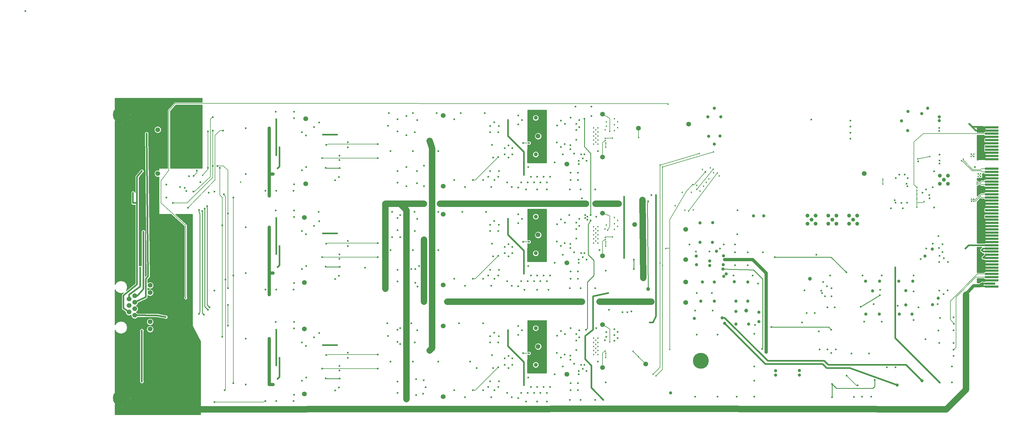
<source format=gbr>
G04 #@! TF.GenerationSoftware,KiCad,Pcbnew,(5.1.5)-3*
G04 #@! TF.CreationDate,2020-02-21T12:25:48-05:00*
G04 #@! TF.ProjectId,input_board,696e7075-745f-4626-9f61-72642e6b6963,rev?*
G04 #@! TF.SameCoordinates,Original*
G04 #@! TF.FileFunction,Copper,L4,Bot*
G04 #@! TF.FilePolarity,Positive*
%FSLAX46Y46*%
G04 Gerber Fmt 4.6, Leading zero omitted, Abs format (unit mm)*
G04 Created by KiCad (PCBNEW (5.1.5)-3) date 2020-02-21 12:25:48*
%MOMM*%
%LPD*%
G04 APERTURE LIST*
%ADD10C,5.400000*%
%ADD11C,0.800000*%
%ADD12C,0.457200*%
%ADD13C,1.500000*%
%ADD14C,1.240000*%
%ADD15R,4.300000X0.700000*%
%ADD16R,3.200000X0.700000*%
%ADD17C,5.000000*%
%ADD18R,1.500000X1.500000*%
%ADD19C,2.000000*%
%ADD20C,0.600000*%
%ADD21C,1.000000*%
%ADD22C,1.200000*%
%ADD23C,1.000000*%
%ADD24C,0.250000*%
%ADD25C,0.500000*%
%ADD26C,2.000000*%
%ADD27C,0.200000*%
%ADD28C,0.150000*%
%ADD29C,0.175000*%
%ADD30C,0.254000*%
G04 APERTURE END LIST*
D10*
X28700000Y-144450000D03*
D11*
X30725000Y-144450000D03*
X30131891Y-145881891D03*
X28700000Y-146475000D03*
X27268109Y-145881891D03*
X26675000Y-144450000D03*
X27268109Y-143018109D03*
X28700000Y-142425000D03*
X30131891Y-143018109D03*
X30131891Y-54118109D03*
X28700000Y-53525000D03*
X27268109Y-54118109D03*
X26675000Y-55550000D03*
X27268109Y-56981891D03*
X28700000Y-57575000D03*
X30131891Y-56981891D03*
X30725000Y-55550000D03*
D10*
X28700000Y-55550000D03*
D12*
X177322500Y-130155000D03*
X177322500Y-128875000D03*
X177322500Y-127595000D03*
X177322500Y-126315000D03*
X177982500Y-130795000D03*
X176662500Y-130795000D03*
X177982500Y-129515000D03*
X176662500Y-129515000D03*
X177982500Y-128235000D03*
X176662500Y-128235000D03*
X177982500Y-126955000D03*
X176662500Y-126955000D03*
X177982500Y-125675000D03*
X176662500Y-125675000D03*
X177322500Y-95155000D03*
X177322500Y-93875000D03*
X177322500Y-92595000D03*
X177322500Y-91315000D03*
X177982500Y-95795000D03*
X176662500Y-95795000D03*
X177982500Y-94515000D03*
X176662500Y-94515000D03*
X177982500Y-93235000D03*
X176662500Y-93235000D03*
X177982500Y-91955000D03*
X176662500Y-91955000D03*
X177982500Y-90675000D03*
X176662500Y-90675000D03*
X177322500Y-64155000D03*
X177322500Y-62875000D03*
X177322500Y-61595000D03*
X177322500Y-60315000D03*
X177982500Y-64795000D03*
X176662500Y-64795000D03*
X177982500Y-63515000D03*
X176662500Y-63515000D03*
X177982500Y-62235000D03*
X176662500Y-62235000D03*
X177982500Y-60955000D03*
X176662500Y-60955000D03*
X177982500Y-59675000D03*
X176662500Y-59675000D03*
D13*
X193000000Y-133750000D03*
X168300000Y-137000000D03*
X159250000Y-128250000D03*
X179450000Y-121400000D03*
X179450000Y-134850000D03*
X86000000Y-122800000D03*
X86000000Y-143200000D03*
X129500000Y-144000000D03*
X129500000Y-121800000D03*
X189500000Y-90000000D03*
X168300000Y-102000000D03*
X159250000Y-93250000D03*
X179450000Y-86400000D03*
X179450000Y-99850000D03*
X86000000Y-87800000D03*
X86000000Y-108200000D03*
X129500000Y-109000000D03*
X129500000Y-86800000D03*
D14*
X157230000Y-135270000D03*
X159770000Y-132730000D03*
X159770000Y-135270000D03*
X157230000Y-132730000D03*
X158500000Y-134000000D03*
X157230000Y-123770000D03*
X159770000Y-121230000D03*
X159770000Y-123770000D03*
X157230000Y-121230000D03*
X158500000Y-122500000D03*
X157230000Y-100270000D03*
X159770000Y-97730000D03*
X159770000Y-100270000D03*
X157230000Y-97730000D03*
X158500000Y-99000000D03*
X157230000Y-88770000D03*
X159770000Y-86230000D03*
X159770000Y-88770000D03*
X157230000Y-86230000D03*
X158500000Y-87500000D03*
D15*
X301500000Y-73500000D03*
X301500000Y-72500000D03*
X301500000Y-78500000D03*
X301500000Y-77500000D03*
X301500000Y-76500000D03*
X301500000Y-75500000D03*
X301500000Y-74500000D03*
X301500000Y-69500000D03*
X301500000Y-68500000D03*
X301500000Y-67500000D03*
X301500000Y-66500000D03*
X301500000Y-65500000D03*
X301500000Y-64500000D03*
X301500000Y-63500000D03*
X301500000Y-62500000D03*
X301500000Y-61500000D03*
X301500000Y-60500000D03*
X301500000Y-59500000D03*
X301500000Y-79500000D03*
X301500000Y-80500000D03*
X301500000Y-81500000D03*
X301500000Y-82500000D03*
X301500000Y-83500000D03*
X301500000Y-84500000D03*
X301500000Y-85500000D03*
X301500000Y-86500000D03*
X301500000Y-87500000D03*
X301500000Y-88500000D03*
X301500000Y-89500000D03*
X301500000Y-90500000D03*
X301500000Y-91500000D03*
X301500000Y-92500000D03*
X301500000Y-93500000D03*
X301500000Y-94500000D03*
X301500000Y-95500000D03*
X301500000Y-96500000D03*
X301500000Y-97500000D03*
X301500000Y-98500000D03*
X301500000Y-99500000D03*
X301500000Y-100500000D03*
X301500000Y-101500000D03*
X301500000Y-102500000D03*
X301500000Y-103500000D03*
X301500000Y-104500000D03*
X301500000Y-105500000D03*
X301500000Y-106500000D03*
X301500000Y-107500000D03*
D16*
X300950000Y-108500000D03*
D15*
X301500000Y-109500000D03*
D14*
X157230000Y-69270000D03*
X159770000Y-66730000D03*
X159770000Y-69270000D03*
X157230000Y-66730000D03*
X158500000Y-68000000D03*
D13*
X168300000Y-71000000D03*
X159250000Y-62250000D03*
X205500000Y-114500000D03*
X205500000Y-108000000D03*
X205500000Y-91500000D03*
X206500000Y-58500000D03*
X205500000Y-101000000D03*
D17*
X210250000Y-132750000D03*
D13*
X261500000Y-74000000D03*
X86400000Y-56800000D03*
X86400000Y-77200000D03*
X129500000Y-78000000D03*
X129500000Y-55800000D03*
X40000000Y-74000000D03*
X40000000Y-60250000D03*
D14*
X157230000Y-57770000D03*
X159770000Y-55230000D03*
X159770000Y-57770000D03*
X157230000Y-55230000D03*
X158500000Y-56500000D03*
X285230000Y-77170000D03*
X287770000Y-74630000D03*
X287770000Y-77170000D03*
X285230000Y-74630000D03*
X286500000Y-75900000D03*
X250230000Y-89770000D03*
X252770000Y-87230000D03*
X252770000Y-89770000D03*
X250230000Y-87230000D03*
X251500000Y-88500000D03*
X256730000Y-89770000D03*
X259270000Y-87230000D03*
X259270000Y-89770000D03*
X256730000Y-87230000D03*
X258000000Y-88500000D03*
X243730000Y-89770000D03*
X246270000Y-87230000D03*
X246270000Y-89770000D03*
X243730000Y-87230000D03*
X245000000Y-88500000D03*
D13*
X190750000Y-59750000D03*
X179450000Y-55400000D03*
X179450000Y-68850000D03*
D18*
X31000000Y-119500000D03*
D13*
X31000000Y-117460000D03*
X31000000Y-115420000D03*
X31000000Y-113380000D03*
X32780000Y-118480000D03*
X32780000Y-116440000D03*
X32780000Y-114400000D03*
X32780000Y-112360000D03*
D19*
X31890000Y-107810000D03*
X31890000Y-124070000D03*
D13*
X37600000Y-122800000D03*
X37600000Y-120510000D03*
X37600000Y-111370000D03*
X37600000Y-109080000D03*
D20*
X-1500000Y-23000000D03*
D21*
X217750000Y-101000000D03*
X219000000Y-101000000D03*
D20*
X242817500Y-110682500D03*
X248000000Y-110750000D03*
X248250000Y-111500000D03*
X249250000Y-112500000D03*
X230750000Y-112500000D03*
X243500000Y-117750000D03*
X246000000Y-117750000D03*
D21*
X230750000Y-130000000D03*
D20*
X229500000Y-129000000D03*
X189250000Y-101000000D03*
D21*
X217250000Y-104000000D03*
D20*
X189250000Y-104000000D03*
X186250000Y-81250000D03*
X186250000Y-100500000D03*
X179750000Y-145000000D03*
X181250000Y-111500000D03*
D21*
X215200000Y-98400000D03*
X217400000Y-99850000D03*
X208900000Y-102650000D03*
X213100000Y-102900000D03*
D22*
X167500000Y-83500000D03*
D20*
X251800000Y-134000000D03*
D21*
X279600000Y-139000000D03*
X217500000Y-106250000D03*
X218250000Y-105500000D03*
X214500000Y-108000000D03*
X210750000Y-108000000D03*
D22*
X244500000Y-107000000D03*
X111400000Y-83500000D03*
X111400000Y-110200000D03*
X118000000Y-144750000D03*
D21*
X217000000Y-119250000D03*
D22*
X192000000Y-82250000D03*
X192250000Y-106750000D03*
D20*
X193750000Y-82750000D03*
D22*
X193750000Y-110250000D03*
X118000000Y-109000000D03*
X111500000Y-90000000D03*
X123500000Y-83500000D03*
X128500000Y-83500000D03*
X184500000Y-83500000D03*
X177250000Y-83500000D03*
X174250000Y-83500000D03*
D21*
X271800000Y-140400000D03*
X221250000Y-121250000D03*
X221250000Y-117250000D03*
X225000000Y-114000000D03*
X221250000Y-114000000D03*
X217750000Y-121000000D03*
D22*
X194750000Y-114250000D03*
D20*
X247250000Y-123500000D03*
D22*
X126000000Y-114250000D03*
X125250000Y-63750000D03*
X123500000Y-94750000D03*
X123500000Y-114250000D03*
X125250000Y-129500000D03*
X126000000Y-121000000D03*
X130750000Y-114250000D03*
X173000000Y-114250000D03*
X178500000Y-114250000D03*
D21*
X228500000Y-117500000D03*
X228500000Y-120500000D03*
D20*
X260400000Y-115800000D03*
X285200000Y-139600000D03*
X279200000Y-100800000D03*
X266400000Y-112200000D03*
X271200000Y-103450000D03*
D21*
X281400000Y-53500000D03*
X279500000Y-55200000D03*
D20*
X285100000Y-68100000D03*
X285100000Y-69900000D03*
X271400000Y-75400000D03*
X272500000Y-74300000D03*
X269900000Y-84900000D03*
X282000000Y-81800000D03*
X283400000Y-84700000D03*
X257200000Y-63100000D03*
X257200000Y-57400000D03*
D12*
X180600000Y-57800000D03*
X180600000Y-59200000D03*
X180200000Y-91400000D03*
X180600000Y-90200000D03*
D20*
X180600000Y-123800000D03*
X180600000Y-125200000D03*
X194250000Y-120750000D03*
X196250000Y-80750000D03*
X194750000Y-80750000D03*
D12*
X180300000Y-60300000D03*
D20*
X180200000Y-126300000D03*
D21*
X212500000Y-56200000D03*
X216500000Y-56200000D03*
X214500000Y-53500000D03*
D20*
X271325000Y-83175000D03*
D21*
X230000000Y-87250000D03*
X226750000Y-87250000D03*
D20*
X173800000Y-56800000D03*
X174000000Y-87000000D03*
X174000000Y-88000000D03*
X174750000Y-87500000D03*
X174750000Y-88500000D03*
X174250000Y-123000000D03*
X175750000Y-88750000D03*
X175750000Y-87000000D03*
X221750000Y-85500000D03*
D21*
X210000000Y-89450000D03*
X214000000Y-89400000D03*
D12*
X198250000Y-72000000D03*
X214250000Y-67200000D03*
X196250000Y-137500000D03*
X198250000Y-102750000D03*
X197500000Y-71400000D03*
X209750000Y-67750000D03*
X195250000Y-137000000D03*
X197500000Y-102100000D03*
D20*
X149800000Y-57200000D03*
X154800000Y-74400000D03*
X75000000Y-59800000D03*
X75000000Y-74200000D03*
X76200000Y-74200000D03*
X75000000Y-81000000D03*
X144600000Y-78200000D03*
X154000000Y-76800000D03*
X153000000Y-78400000D03*
X156000000Y-76800000D03*
X158000000Y-76800000D03*
X160000000Y-76800000D03*
X162000000Y-76800000D03*
X161000000Y-75000000D03*
X159000000Y-75000000D03*
X157000000Y-75000000D03*
X163000000Y-75000000D03*
X169500000Y-76000000D03*
X169500000Y-73750000D03*
X171750000Y-76000000D03*
X172000000Y-70000000D03*
X174500000Y-70000000D03*
X172750000Y-68000000D03*
X171750000Y-73750000D03*
X172000000Y-71000000D03*
X173250000Y-69250000D03*
X173750000Y-68000000D03*
D12*
X200000000Y-52250000D03*
X48750000Y-113000000D03*
D20*
X63750000Y-81500000D03*
X63750000Y-106000000D03*
X63750000Y-139750000D03*
X53400000Y-76700000D03*
D12*
X66000000Y-76700000D03*
D20*
X51250000Y-74750000D03*
X52250000Y-73074990D03*
X57250000Y-60550000D03*
X44750000Y-83250000D03*
X62000000Y-86500000D03*
X62000000Y-110000000D03*
X62000000Y-115250000D03*
X62000000Y-121750000D03*
X57250000Y-71600000D03*
X58750000Y-71600000D03*
X60500000Y-60550000D03*
X49500000Y-84750000D03*
X57250000Y-56300000D03*
X51220000Y-79700000D03*
X55750000Y-60800000D03*
X60250000Y-90250000D03*
X60250000Y-125250000D03*
X59500000Y-72250000D03*
X55750000Y-72250000D03*
D12*
X54100000Y-74600000D03*
D20*
X57750000Y-79700000D03*
X73750000Y-79400000D03*
X61250000Y-107250000D03*
X60750000Y-80500000D03*
X61000000Y-142000000D03*
X35000000Y-73250000D03*
X36500000Y-61500000D03*
X293250000Y-97500000D03*
X42500000Y-119000000D03*
X298350000Y-98000000D03*
X298800000Y-100400000D03*
X289600000Y-121150000D03*
X289500000Y-129250000D03*
D12*
X180272953Y-63021167D03*
X182600000Y-62900000D03*
X278300000Y-69400000D03*
X282100000Y-68700000D03*
X190790835Y-62709165D03*
X180500000Y-65750000D03*
X180500000Y-64410000D03*
D20*
X211750000Y-73500000D03*
D12*
X207750000Y-77500000D03*
X180500000Y-96750000D03*
X180500000Y-95410000D03*
X180500000Y-131750000D03*
X180500000Y-130410000D03*
X199250000Y-97500000D03*
X200500000Y-129203530D03*
X295800000Y-82075000D03*
X295100000Y-82700000D03*
X295800000Y-82700000D03*
X295100000Y-82075000D03*
X296850000Y-77325000D03*
X296850000Y-76675000D03*
X297200000Y-74900000D03*
X298000000Y-74100000D03*
X298000000Y-74900000D03*
X297200000Y-74100000D03*
X291967157Y-70032843D03*
X292532843Y-69467157D03*
X295850000Y-67900000D03*
X295000000Y-68700000D03*
X295850000Y-68700000D03*
X295000000Y-67900000D03*
X278000000Y-78400000D03*
D20*
X146937500Y-59062500D03*
X145510000Y-57910000D03*
X144200000Y-59062500D03*
X145600000Y-76000000D03*
X146800000Y-75000000D03*
X143600000Y-75000000D03*
X142000000Y-76000000D03*
X136400000Y-78200000D03*
X89000000Y-59400000D03*
X90600000Y-58000000D03*
X85200000Y-61000000D03*
X86462500Y-62062500D03*
X85200000Y-73000000D03*
X86600000Y-72000000D03*
X67600000Y-74200000D03*
X77200000Y-79400000D03*
X82600000Y-79400000D03*
X77000000Y-54600000D03*
X82800000Y-54600000D03*
X67600000Y-59800000D03*
X149600000Y-76800000D03*
X151000000Y-78200000D03*
X156200000Y-72000000D03*
X172200000Y-57200000D03*
X171200000Y-58400000D03*
X171200000Y-60400000D03*
X172200000Y-59400000D03*
X167700000Y-58400000D03*
X166400000Y-57400000D03*
X165200000Y-58900000D03*
X166400000Y-65700000D03*
X167600000Y-64800000D03*
X165105608Y-64286718D03*
D21*
X274500000Y-110700000D03*
D20*
X246500000Y-99500000D03*
X248600000Y-108000000D03*
X250800000Y-106000000D03*
X249800000Y-109400000D03*
D21*
X280550000Y-99900000D03*
X282850000Y-97700000D03*
D20*
X285150000Y-99800000D03*
X286450000Y-100600000D03*
X287750000Y-101800000D03*
X285050000Y-101800000D03*
X284950000Y-97400000D03*
X286050000Y-98600000D03*
X286075000Y-96175000D03*
X284750000Y-93600000D03*
X285050000Y-110700000D03*
X247500000Y-129200000D03*
X263700000Y-144000000D03*
X260800000Y-144000000D03*
X258300000Y-144100000D03*
X271312500Y-134812500D03*
X268600000Y-134800000D03*
X221700000Y-93000000D03*
X285027500Y-60600000D03*
X285000000Y-59700000D03*
D21*
X273200000Y-57500000D03*
D20*
X244900000Y-57100000D03*
X289500000Y-119150000D03*
X289500000Y-123150000D03*
X289500000Y-127150000D03*
X289500000Y-131250000D03*
X252250000Y-116000000D03*
X250000000Y-116000000D03*
X96800000Y-75100000D03*
X95600000Y-76100000D03*
X171200000Y-63400000D03*
X169400000Y-65100000D03*
X169400000Y-66400000D03*
X170600000Y-67700000D03*
X283400000Y-73300000D03*
X285100000Y-70900000D03*
X278400000Y-70200000D03*
X275100000Y-75400000D03*
X274200000Y-74300000D03*
X273200000Y-83200000D03*
X280900000Y-79000000D03*
X279800000Y-80000000D03*
X283000000Y-78300000D03*
X257200000Y-59300000D03*
X257200000Y-61200000D03*
D21*
X212700000Y-62300000D03*
X214500000Y-64800000D03*
D12*
X183187500Y-56812500D03*
X184200000Y-57700000D03*
X184200000Y-59600000D03*
X183200000Y-58700000D03*
X183200000Y-60500000D03*
D21*
X210000000Y-95600000D03*
X213900000Y-95600000D03*
X225250000Y-121250000D03*
D22*
X224500000Y-117000000D03*
D21*
X220800000Y-107950000D03*
X225000000Y-108000000D03*
X214500000Y-114000000D03*
X210250000Y-114000000D03*
X208250000Y-119500000D03*
D20*
X251250000Y-112500000D03*
X251250000Y-110000000D03*
X242000000Y-120750000D03*
X112200000Y-59000000D03*
X115200000Y-60800000D03*
X115200000Y-57000000D03*
X172600000Y-79000000D03*
X177200000Y-79000000D03*
X173000000Y-81800000D03*
X169200000Y-79000000D03*
X42750000Y-77500000D03*
X56000000Y-80000000D03*
X298000000Y-104750000D03*
X298000000Y-107750000D03*
X297250000Y-80000000D03*
X296200000Y-72000000D03*
X298400000Y-62400000D03*
X298400000Y-67600000D03*
X298200000Y-84400000D03*
X298400000Y-88400000D03*
X297900000Y-89500000D03*
X298400000Y-90600000D03*
X297800000Y-91600000D03*
X298400000Y-92500000D03*
X297800000Y-93600000D03*
X298400000Y-94400000D03*
X297800000Y-95400000D03*
X298400000Y-86600000D03*
X298400000Y-102200000D03*
X294400000Y-58400000D03*
X298400000Y-75800000D03*
X153000000Y-55800000D03*
X154200000Y-57200000D03*
X153000000Y-58600000D03*
D21*
X200800000Y-142850000D03*
D12*
X210750000Y-72750000D03*
X213250000Y-72250000D03*
X214250000Y-73750000D03*
X210000000Y-79500000D03*
X209000000Y-77750000D03*
X205250000Y-85500000D03*
X216000000Y-74750000D03*
X207900000Y-85400000D03*
D20*
X146937500Y-90062500D03*
X145510000Y-88910000D03*
X144200000Y-90062500D03*
X145600000Y-107000000D03*
X146800000Y-106000000D03*
X143600000Y-106000000D03*
X142000000Y-107000000D03*
X136400000Y-109200000D03*
X89000000Y-90400000D03*
X90600000Y-89000000D03*
X85200000Y-92000000D03*
X86462500Y-93062500D03*
X85200000Y-104000000D03*
X86600000Y-103000000D03*
X67600000Y-105200000D03*
X77200000Y-110400000D03*
X82600000Y-110400000D03*
X77000000Y-85600000D03*
X82800000Y-85600000D03*
X67600000Y-90800000D03*
X149600000Y-107800000D03*
X151000000Y-109200000D03*
X156200000Y-103000000D03*
X172200000Y-88200000D03*
X171200000Y-89400000D03*
X171200000Y-91400000D03*
X172200000Y-90400000D03*
X167700000Y-89400000D03*
X166400000Y-88400000D03*
X165200000Y-89900000D03*
X166400000Y-96700000D03*
X167600000Y-95800000D03*
X165105608Y-95286718D03*
X96800000Y-106100000D03*
X95600000Y-107100000D03*
X171200000Y-94400000D03*
X169400000Y-96100000D03*
X169400000Y-97400000D03*
X170600000Y-98700000D03*
D12*
X183187500Y-87812500D03*
X184200000Y-88700000D03*
X184200000Y-90600000D03*
X183200000Y-89700000D03*
X183200000Y-91500000D03*
D20*
X115200000Y-91800000D03*
X115200000Y-88000000D03*
X172600000Y-110000000D03*
X177200000Y-110000000D03*
X169200000Y-110000000D03*
X153000000Y-86800000D03*
X154200000Y-88200000D03*
X153000000Y-89600000D03*
X146937500Y-125062500D03*
X145510000Y-123910000D03*
X144200000Y-125062500D03*
X145600000Y-142000000D03*
X146800000Y-141000000D03*
X143600000Y-141000000D03*
X142000000Y-142000000D03*
X136400000Y-144200000D03*
X89000000Y-125400000D03*
X90600000Y-124000000D03*
X85200000Y-127000000D03*
X86462500Y-128062500D03*
X85200000Y-139000000D03*
X86600000Y-138000000D03*
X67600000Y-140200000D03*
X77200000Y-145400000D03*
X82600000Y-145400000D03*
X77000000Y-120600000D03*
X82800000Y-120600000D03*
X67600000Y-125800000D03*
X149600000Y-142800000D03*
X151000000Y-144200000D03*
X156200000Y-138000000D03*
X172200000Y-123200000D03*
X171200000Y-124400000D03*
X171200000Y-126400000D03*
X172200000Y-125400000D03*
X167700000Y-124400000D03*
X166400000Y-123400000D03*
X165200000Y-124900000D03*
X166400000Y-131700000D03*
X167600000Y-130800000D03*
X165105608Y-130286718D03*
X96800000Y-141100000D03*
X95600000Y-142100000D03*
X171200000Y-129400000D03*
X169400000Y-131100000D03*
X169400000Y-132400000D03*
X170600000Y-133700000D03*
X183187500Y-122812500D03*
X184200000Y-123700000D03*
X184200000Y-125600000D03*
X183200000Y-124700000D03*
X183200000Y-126500000D03*
X112200000Y-125000000D03*
X115200000Y-126800000D03*
X115200000Y-123000000D03*
X123400000Y-138850000D03*
X124000000Y-141050000D03*
X123200000Y-143050000D03*
X172600000Y-145000000D03*
X177200000Y-145000000D03*
X169200000Y-145000000D03*
X153000000Y-121800000D03*
X154200000Y-123200000D03*
X153000000Y-124600000D03*
X120750000Y-108250000D03*
X121250000Y-77000000D03*
X121250000Y-73250000D03*
X120750000Y-104000000D03*
X251200000Y-130300000D03*
X252600000Y-129200000D03*
X250000000Y-129200000D03*
X281900000Y-80800000D03*
X112500000Y-55000000D03*
X120000000Y-55000000D03*
X127500000Y-55000000D03*
X135000000Y-55000000D03*
X142500000Y-55000000D03*
X118000000Y-78000000D03*
X118000000Y-56000000D03*
X133000000Y-57000000D03*
X133000000Y-76000000D03*
X113000000Y-67000000D03*
X120000000Y-67000000D03*
X128000000Y-67000000D03*
X143000000Y-86000000D03*
X90500000Y-86000000D03*
X135500000Y-86000000D03*
X120500000Y-86000000D03*
X128000000Y-86000000D03*
X142000000Y-121000000D03*
X134500000Y-121000000D03*
X119500000Y-121000000D03*
X112000000Y-121000000D03*
X128000000Y-98000000D03*
X113000000Y-98000000D03*
X120000000Y-98000000D03*
X140000000Y-135000000D03*
X138000000Y-133000000D03*
X113000000Y-133000000D03*
X128000000Y-133000000D03*
X120000000Y-133000000D03*
X105000000Y-103500000D03*
X133000000Y-107000000D03*
X133000000Y-142000000D03*
X178000000Y-67000000D03*
X171000000Y-53000000D03*
X176000000Y-56000000D03*
X176000000Y-53000000D03*
X177500000Y-87500000D03*
X178500000Y-98000000D03*
X177500000Y-122500000D03*
X178000000Y-133000000D03*
X155500000Y-79000000D03*
X159000000Y-79000000D03*
X162000000Y-79000000D03*
X155000000Y-110500000D03*
X159000000Y-110500000D03*
X162500000Y-110500000D03*
X155500000Y-145500000D03*
X159000000Y-145500000D03*
X162000000Y-145500000D03*
X169500000Y-56500000D03*
X167000000Y-68000000D03*
X164500000Y-70500000D03*
X169000000Y-87000000D03*
X167000000Y-99500000D03*
X164500000Y-102000000D03*
X169500000Y-122500000D03*
X167000000Y-134500000D03*
X164500000Y-137000000D03*
X180500000Y-104500000D03*
X180500000Y-139500000D03*
D21*
X208800000Y-99900000D03*
X213100000Y-101400000D03*
X217300000Y-102600000D03*
X285000000Y-57400000D03*
X285000000Y-56200000D03*
D20*
X298200000Y-63500000D03*
X297400000Y-78100000D03*
D21*
X272500000Y-118100000D03*
X276500000Y-118100000D03*
X274500000Y-115250000D03*
X266250000Y-118100000D03*
X262000000Y-118100000D03*
D20*
X286350000Y-111800000D03*
X287700000Y-110660000D03*
D21*
X266300000Y-107800000D03*
X261900000Y-107800000D03*
X264100000Y-110800000D03*
X272300000Y-107800000D03*
X276700000Y-107800000D03*
X233750000Y-135900000D03*
X233750000Y-137250000D03*
X275200000Y-54500000D03*
X275100000Y-60500000D03*
X216250000Y-62250000D03*
D12*
X212000000Y-76750000D03*
X212800000Y-75700000D03*
X211100000Y-78000000D03*
X204400000Y-79900000D03*
X202200000Y-84100000D03*
X207300000Y-79900000D03*
D21*
X282885000Y-115100000D03*
X284700000Y-113107500D03*
X241200000Y-137200000D03*
X241200000Y-135800000D03*
D20*
X208750000Y-98500000D03*
X213000000Y-98500000D03*
X209000000Y-111500000D03*
X213750000Y-111500000D03*
X208500000Y-117000000D03*
X214000000Y-117000000D03*
X226500000Y-106000000D03*
X220500000Y-106000000D03*
X261500000Y-120500000D03*
X267000000Y-120500000D03*
X264500000Y-115000000D03*
X261000000Y-106000000D03*
X267000000Y-106000000D03*
X277000000Y-106000000D03*
X277000000Y-111000000D03*
X266500000Y-110500000D03*
X278500000Y-116000000D03*
X272000000Y-115500000D03*
X277000000Y-120000000D03*
X281000000Y-97500000D03*
X283000000Y-96000000D03*
X284500000Y-115000000D03*
X208500000Y-144000000D03*
X215500000Y-144000000D03*
X221500000Y-144000000D03*
X227000000Y-144000000D03*
X289000000Y-139500000D03*
X289000000Y-134500000D03*
X257500000Y-130500000D03*
X263000000Y-130500000D03*
X216250000Y-97500000D03*
X206750000Y-96250000D03*
X217500000Y-96250000D03*
X227250000Y-121500000D03*
X228250000Y-108500000D03*
X221000000Y-102750000D03*
X221000000Y-98750000D03*
X225000000Y-98750000D03*
X221000000Y-96250000D03*
X229750000Y-98750000D03*
X225000000Y-102750000D03*
X209000000Y-124500000D03*
X215500000Y-124500000D03*
X227000000Y-124250000D03*
X227000000Y-139000000D03*
X227000000Y-134500000D03*
X118000000Y-72000000D03*
X118000000Y-62000000D03*
X123500000Y-71500000D03*
X123500000Y-78000000D03*
X113500000Y-86000000D03*
X113500000Y-94000000D03*
X116000000Y-94000000D03*
X116000000Y-87000000D03*
X121500000Y-109500000D03*
X122000000Y-103000000D03*
X119500000Y-104000000D03*
X116000000Y-127500000D03*
X116000000Y-122500000D03*
X121000000Y-138500000D03*
X121000000Y-143500000D03*
X297800000Y-82100000D03*
X275050000Y-77950000D03*
X274750000Y-77250000D03*
X275000000Y-83150000D03*
X271050000Y-82400000D03*
X273600000Y-84900000D03*
X40750000Y-67000000D03*
X53000000Y-70750000D03*
X53000000Y-63250000D03*
X298550000Y-108600000D03*
X298200000Y-109400000D03*
X50000000Y-148000000D03*
X42400000Y-121800000D03*
X43800000Y-123200000D03*
X42400000Y-115200000D03*
X44600000Y-117000000D03*
X48500000Y-148000000D03*
X40750000Y-98000000D03*
X40750000Y-133000000D03*
X53000000Y-136750000D03*
X53000000Y-129250000D03*
X50000000Y-94250000D03*
X50000000Y-101750000D03*
X41250000Y-68000000D03*
X41250000Y-66000000D03*
X32000000Y-67000000D03*
X34000000Y-65500000D03*
X34000000Y-68500000D03*
X38500000Y-68500000D03*
X38500000Y-65500000D03*
X41250000Y-99000000D03*
X41250000Y-97000000D03*
X34500000Y-96500000D03*
X38500000Y-99500000D03*
X34500000Y-99500000D03*
X38500000Y-96500000D03*
X32000000Y-98000000D03*
X41250000Y-132000000D03*
X34000000Y-134500000D03*
X38500000Y-134500000D03*
X38500000Y-131500000D03*
X32000000Y-133000000D03*
X41250000Y-134000000D03*
X34000000Y-131500000D03*
X37500000Y-52500000D03*
X45000000Y-55000000D03*
X52500000Y-55000000D03*
X30000000Y-60000000D03*
X37500000Y-57500000D03*
X45000000Y-60000000D03*
X52500000Y-60000000D03*
X30000000Y-72500000D03*
X30000000Y-80000000D03*
X30000000Y-87500000D03*
X30000000Y-95000000D03*
X30000000Y-102500000D03*
X30000000Y-127500000D03*
X30000000Y-135000000D03*
X37500000Y-147500000D03*
X45000000Y-147500000D03*
X50000000Y-142500000D03*
X37500000Y-142500000D03*
X42500000Y-105000000D03*
X42500000Y-90000000D03*
X42500000Y-110000000D03*
D21*
X200800000Y-147800000D03*
D12*
X267300000Y-77300000D03*
X267300000Y-75800000D03*
X278000000Y-79250000D03*
X278000000Y-81927500D03*
X278000000Y-80500000D03*
X278000000Y-84600000D03*
X280300000Y-82800000D03*
X180300000Y-63700000D03*
X181700000Y-60800000D03*
D20*
X96200000Y-61800000D03*
X91800000Y-61800000D03*
X97000000Y-68400000D03*
X96978982Y-69778982D03*
X77200000Y-57000000D03*
X82800000Y-77400000D03*
X147000000Y-73200000D03*
X148800000Y-68000000D03*
X151200000Y-68000000D03*
X150000000Y-69000000D03*
X144200000Y-73200000D03*
X145200000Y-69000000D03*
X115200000Y-76850000D03*
X115200000Y-73250000D03*
X42750000Y-81500000D03*
X49000000Y-79500000D03*
X77200000Y-68200000D03*
X99600000Y-65800000D03*
X99600000Y-64200000D03*
X82800000Y-56600000D03*
X77600000Y-72400000D03*
X144800000Y-65000000D03*
X146800000Y-61000000D03*
X144200000Y-61000000D03*
X150000000Y-65200000D03*
X148800000Y-66000000D03*
X151200000Y-66000000D03*
X121400000Y-57200000D03*
X120600000Y-61000000D03*
X48500000Y-78500000D03*
X78200000Y-65800000D03*
X96200000Y-92800000D03*
X91800000Y-92800000D03*
X97000000Y-99400000D03*
X96978982Y-100778982D03*
X77200000Y-88000000D03*
X82800000Y-108400000D03*
X147000000Y-104200000D03*
X148800000Y-99000000D03*
X151200000Y-99000000D03*
X150000000Y-100000000D03*
X144200000Y-104200000D03*
X145200000Y-100000000D03*
X115200000Y-107850000D03*
X115200000Y-104250000D03*
X77200000Y-99200000D03*
X99600000Y-96800000D03*
X99600000Y-95200000D03*
X82800000Y-87600000D03*
X77600000Y-103400000D03*
X144800000Y-96000000D03*
X146800000Y-92000000D03*
X144200000Y-92000000D03*
X150000000Y-96200000D03*
X148800000Y-97000000D03*
X151200000Y-97000000D03*
X121400000Y-88200000D03*
X120600000Y-92000000D03*
X78200000Y-96800000D03*
X149800000Y-88200000D03*
X154800000Y-105400000D03*
X75000000Y-90800000D03*
X75000000Y-105200000D03*
X76200000Y-105200000D03*
X75000000Y-112000000D03*
X144600000Y-109200000D03*
X154000000Y-107800000D03*
X153000000Y-109400000D03*
X156000000Y-107800000D03*
X158000000Y-107800000D03*
X160000000Y-107800000D03*
X162000000Y-107800000D03*
X161000000Y-106000000D03*
X159000000Y-106000000D03*
X157000000Y-106000000D03*
X163000000Y-106000000D03*
X169500000Y-107000000D03*
X169500000Y-104750000D03*
X171750000Y-107000000D03*
X172000000Y-101000000D03*
X174500000Y-101000000D03*
X172750000Y-99000000D03*
X171750000Y-104750000D03*
X172000000Y-102000000D03*
X173250000Y-100250000D03*
X173750000Y-99000000D03*
X96200000Y-127800000D03*
X91800000Y-127800000D03*
X97000000Y-134400000D03*
X96978982Y-135778982D03*
X77200000Y-123000000D03*
X82800000Y-143400000D03*
X147000000Y-139200000D03*
X148800000Y-134000000D03*
X151200000Y-134000000D03*
X150000000Y-135000000D03*
X144200000Y-139200000D03*
X145200000Y-135000000D03*
X115200000Y-142850000D03*
X115200000Y-139250000D03*
X77200000Y-134200000D03*
X99600000Y-131800000D03*
X99600000Y-130200000D03*
X82800000Y-122600000D03*
X77600000Y-138400000D03*
X144800000Y-131000000D03*
X146800000Y-127000000D03*
X144200000Y-127000000D03*
X150000000Y-131200000D03*
X148800000Y-132000000D03*
X151200000Y-132000000D03*
X121400000Y-123200000D03*
X120600000Y-127000000D03*
X78200000Y-131800000D03*
X149800000Y-123200000D03*
X154800000Y-140400000D03*
X75000000Y-125800000D03*
X75000000Y-140200000D03*
X76200000Y-140200000D03*
X144600000Y-144200000D03*
X154000000Y-142800000D03*
X153000000Y-144400000D03*
X156000000Y-142800000D03*
X158000000Y-142800000D03*
X160000000Y-142800000D03*
X162000000Y-142800000D03*
X161000000Y-141000000D03*
X159000000Y-141000000D03*
X157000000Y-141000000D03*
X163000000Y-141000000D03*
X169500000Y-142000000D03*
X169500000Y-139750000D03*
X171750000Y-142000000D03*
X172000000Y-136000000D03*
X174500000Y-136000000D03*
X172750000Y-134000000D03*
X171750000Y-139750000D03*
X172000000Y-137000000D03*
X173250000Y-135250000D03*
X173750000Y-134000000D03*
X35500000Y-92250000D03*
X34500000Y-103500000D03*
X35000000Y-123250000D03*
X35000000Y-139250000D03*
D12*
X180272953Y-94021167D03*
X182600000Y-93900000D03*
X209000000Y-79000000D03*
X214200000Y-72600000D03*
X215400000Y-73800000D03*
X206500000Y-85800000D03*
X190750000Y-131500000D03*
X189000000Y-129750000D03*
X180300000Y-94700000D03*
X181100000Y-91800000D03*
X180300000Y-129700000D03*
X181700000Y-126800000D03*
D20*
X57750000Y-110700000D03*
X73750000Y-110400000D03*
X57750000Y-145700000D03*
X73750000Y-145400000D03*
X256000000Y-137400000D03*
X259500000Y-140435000D03*
X251400000Y-140000000D03*
X264800000Y-138800000D03*
X251400000Y-144200000D03*
X255900000Y-105000000D03*
X233500000Y-100200000D03*
X232400000Y-122200000D03*
X251200000Y-123000000D03*
X97100000Y-72300000D03*
X92662500Y-72237500D03*
X97100000Y-103300000D03*
X92662500Y-103237500D03*
X97100000Y-138300000D03*
X92662500Y-138237500D03*
X284750000Y-123250000D03*
X53000000Y-118000000D03*
X185750000Y-117500000D03*
X53000000Y-85383943D03*
X49800000Y-74800000D03*
X285250000Y-119250000D03*
X56250000Y-116000000D03*
X188500000Y-117250000D03*
X55500000Y-84250000D03*
X280750000Y-126000000D03*
X54500000Y-118250000D03*
X187250000Y-117500000D03*
X54000000Y-85750000D03*
X47000000Y-78200000D03*
X285000000Y-127200000D03*
X55750000Y-116750000D03*
X181500000Y-116750000D03*
X54750000Y-85000000D03*
X156400000Y-64400000D03*
X154600000Y-64400000D03*
X146800000Y-68800000D03*
X138800000Y-76000000D03*
X91600000Y-69200000D03*
X109000000Y-69200000D03*
X92800000Y-65000000D03*
X109000000Y-64800000D03*
X154600000Y-95400000D03*
X156400000Y-95400000D03*
X146800000Y-99800000D03*
X138800000Y-107000000D03*
X91600000Y-100200000D03*
X109000000Y-100200000D03*
X92800000Y-96000000D03*
X109000000Y-95800000D03*
X154600000Y-130400000D03*
X156400000Y-130400000D03*
X146800000Y-134800000D03*
X138800000Y-142000000D03*
X91600000Y-135200000D03*
X109000000Y-135200000D03*
X92800000Y-131000000D03*
X109000000Y-130800000D03*
D23*
X230750000Y-105250000D02*
X226500000Y-101000000D01*
X226500000Y-101000000D02*
X217750000Y-101000000D01*
X230750000Y-112500000D02*
X230750000Y-105250000D01*
X230750000Y-130000000D02*
X230750000Y-112500000D01*
D24*
X189250000Y-104000000D02*
X189250000Y-101000000D01*
X229625001Y-107125001D02*
X229625001Y-128500000D01*
X229625001Y-128500000D02*
X229500000Y-129000000D01*
X217250000Y-104000000D02*
X226750000Y-104250000D01*
X226750000Y-104250000D02*
X229625001Y-107125001D01*
D25*
X186250000Y-81250000D02*
X186250000Y-100500000D01*
X179750000Y-145000000D02*
X176000000Y-141250000D01*
X176000000Y-141250000D02*
X176000000Y-134250000D01*
X176000000Y-134250000D02*
X174000000Y-132250000D01*
X174000000Y-125000000D02*
X176500000Y-123000000D01*
X174000000Y-132250000D02*
X174000000Y-125000000D01*
X176500000Y-123000000D02*
X176500000Y-112500000D01*
X176500000Y-112500000D02*
X181250000Y-111500000D01*
X251800000Y-134000000D02*
X274600000Y-134000000D01*
X274600000Y-134000000D02*
X279600000Y-139000000D01*
D26*
X111400000Y-83500000D02*
X116000000Y-83500000D01*
X116000000Y-83500000D02*
X118000000Y-85500000D01*
X118000000Y-85500000D02*
X118000000Y-144750000D01*
D25*
X251800000Y-134000000D02*
X250250000Y-134000000D01*
X249000000Y-132750000D02*
X231250000Y-132750000D01*
X250250000Y-134000000D02*
X249000000Y-132750000D01*
X231250000Y-132750000D02*
X217750000Y-119250000D01*
X217750000Y-119250000D02*
X217000000Y-119250000D01*
D26*
X192250000Y-106750000D02*
X192000000Y-82250000D01*
D24*
X193750000Y-110250000D02*
X193500000Y-83500000D01*
X193500000Y-83500000D02*
X193750000Y-82750000D01*
D26*
X116000000Y-83500000D02*
X123500000Y-83500000D01*
X128500000Y-83500000D02*
X167500000Y-83500000D01*
X177250000Y-83500000D02*
X184500000Y-83500000D01*
X167500000Y-83500000D02*
X174250000Y-83500000D01*
X111400000Y-83500000D02*
X111400000Y-110150000D01*
D25*
X248500000Y-133750000D02*
X249750000Y-135000000D01*
X249750000Y-135000000D02*
X257000000Y-135000000D01*
X230500000Y-133750000D02*
X248500000Y-133750000D01*
X217750000Y-121000000D02*
X230500000Y-133750000D01*
X257000000Y-135000000D02*
X271800000Y-140400000D01*
D26*
X126000000Y-66000000D02*
X126000000Y-114250000D01*
X125250000Y-63750000D02*
X126000000Y-66000000D01*
X123500000Y-94750000D02*
X123500000Y-114250000D01*
X126000000Y-114250000D02*
X126000000Y-128750000D01*
X126000000Y-128750000D02*
X125250000Y-129500000D01*
X130750000Y-114250000D02*
X173000000Y-114250000D01*
X178500000Y-114250000D02*
X194750000Y-114250000D01*
D24*
X260400000Y-115800000D02*
X266400000Y-112200000D01*
D25*
X285200000Y-139600000D02*
X271200000Y-125600000D01*
X271200000Y-125600000D02*
X271200000Y-103450000D01*
X196250000Y-118825736D02*
X196250000Y-80750000D01*
X195250000Y-120750000D02*
X196250000Y-118750000D01*
X194250000Y-120750000D02*
X195250000Y-120750000D01*
D24*
X174750000Y-122500000D02*
X174250000Y-123000000D01*
X174750000Y-108000000D02*
X174750000Y-122500000D01*
X176750000Y-106000000D02*
X174750000Y-108000000D01*
X175750000Y-88750000D02*
X175000000Y-90000000D01*
X175000000Y-90000000D02*
X175000000Y-99500000D01*
X175000000Y-99500000D02*
X176750000Y-101250000D01*
X176750000Y-101250000D02*
X176750000Y-106000000D01*
X175750000Y-67750000D02*
X173750000Y-65500000D01*
X175750000Y-87000000D02*
X175750000Y-67750000D01*
X173750000Y-65500000D02*
X173800000Y-56800000D01*
D27*
X198250000Y-72000000D02*
X214250000Y-67200000D01*
X196250000Y-137500000D02*
X198250000Y-135500000D01*
X198250000Y-72000000D02*
X198250000Y-135500000D01*
X198250000Y-135500000D02*
X198250000Y-135400000D01*
X197500000Y-71400000D02*
X209750000Y-67750000D01*
X197500000Y-134750000D02*
X195250000Y-137000000D01*
X197500000Y-71400000D02*
X197500000Y-102250000D01*
X197500000Y-102250000D02*
X197500000Y-134750000D01*
X197500000Y-102100000D02*
X197500000Y-102250000D01*
D25*
X149800000Y-57200000D02*
X149800000Y-62200000D01*
X154800000Y-67200000D02*
X154800000Y-74400000D01*
X149800000Y-62200000D02*
X154800000Y-67200000D01*
D23*
X75000000Y-74200000D02*
X75000000Y-81000000D01*
X75000000Y-74200000D02*
X75000000Y-59800000D01*
X76200000Y-74200000D02*
X75000000Y-74200000D01*
D27*
X199774999Y-52024999D02*
X200000000Y-52250000D01*
X48750000Y-113000000D02*
X48750000Y-90250000D01*
X48750000Y-90250000D02*
X41000000Y-83250000D01*
X41000000Y-83250000D02*
X41000000Y-76250000D01*
X41000000Y-76250000D02*
X43500000Y-73000000D01*
X43500000Y-73000000D02*
X43500000Y-54250000D01*
X43500000Y-54250000D02*
X45500000Y-52000000D01*
X45500000Y-52000000D02*
X199774999Y-52024999D01*
D28*
X63750000Y-81500000D02*
X63750000Y-106000000D01*
X63750000Y-106000000D02*
X63750000Y-139750000D01*
X52250000Y-73074990D02*
X52250000Y-73750000D01*
X52250000Y-73750000D02*
X51250000Y-74750000D01*
X57250000Y-60575736D02*
X57250000Y-75200000D01*
X49250000Y-83250000D02*
X44750000Y-83250000D01*
X57250000Y-75200000D02*
X49250000Y-83250000D01*
X62000000Y-86500000D02*
X62000000Y-110000000D01*
X62000000Y-115250000D02*
X62000000Y-121750000D01*
X62000000Y-73000000D02*
X62000000Y-86500000D01*
X60600000Y-71600000D02*
X62000000Y-73000000D01*
X58750000Y-71600000D02*
X60600000Y-71600000D01*
X58000000Y-62050000D02*
X59500000Y-60550000D01*
X58000000Y-76000000D02*
X58000000Y-62050000D01*
X49500000Y-84750000D02*
X58000000Y-76000000D01*
X59500000Y-60550000D02*
X60500000Y-60550000D01*
X56500000Y-57000000D02*
X57250000Y-56250000D01*
X56500000Y-75000000D02*
X56500000Y-57000000D01*
X51220000Y-79700000D02*
X51600000Y-79600000D01*
X51600000Y-79600000D02*
X56500000Y-75000000D01*
X60250000Y-90250000D02*
X60250000Y-125250000D01*
X60250000Y-90250000D02*
X60250000Y-81500000D01*
X60250000Y-81500000D02*
X59500000Y-80750000D01*
X59500000Y-80750000D02*
X59500000Y-72250000D01*
X55750000Y-72250000D02*
X55750000Y-60800000D01*
X54100000Y-74600000D02*
X55750000Y-72672925D01*
X55750000Y-72672925D02*
X55750000Y-72250000D01*
X61250000Y-81250000D02*
X61250000Y-107250000D01*
X60750000Y-80500000D02*
X61250000Y-81250000D01*
X61250000Y-107250000D02*
X61250000Y-141750000D01*
X61250000Y-141750000D02*
X61000000Y-142000000D01*
D25*
X29250000Y-116250000D02*
X31000000Y-117460000D01*
X29250000Y-112250000D02*
X29250000Y-116250000D01*
X35000000Y-73250000D02*
X33500000Y-75000000D01*
X33500000Y-108750000D02*
X29250000Y-112250000D01*
X33500000Y-83250000D02*
X33500000Y-108750000D01*
X33500000Y-75000000D02*
X33500000Y-83250000D01*
X32250000Y-83250000D02*
X32250000Y-80000000D01*
X33500000Y-83250000D02*
X32250000Y-83250000D01*
X36250000Y-112750000D02*
X32780000Y-114400000D01*
X36250000Y-107000000D02*
X36250000Y-112750000D01*
X37000000Y-106250000D02*
X36250000Y-107000000D01*
X36500000Y-61500000D02*
X37000000Y-106250000D01*
X294250000Y-96500000D02*
X293250000Y-97500000D01*
X301500000Y-96500000D02*
X294250000Y-96500000D01*
X32780000Y-118480000D02*
X39750000Y-118500000D01*
X39750000Y-118500000D02*
X42500000Y-119000000D01*
X301500000Y-97500000D02*
X298850000Y-97500000D01*
X298850000Y-97500000D02*
X298350000Y-98000000D01*
X298850000Y-98500000D02*
X298350000Y-98000000D01*
X301500000Y-98500000D02*
X298850000Y-98500000D01*
X299700000Y-99500000D02*
X298800000Y-100400000D01*
X301500000Y-99500000D02*
X299700000Y-99500000D01*
X301500000Y-100500000D02*
X298900000Y-100500000D01*
X298900000Y-100500000D02*
X298800000Y-100400000D01*
D28*
X288500000Y-114000000D02*
X288500000Y-119750000D01*
X288500000Y-119750000D02*
X289600000Y-121150000D01*
X301500000Y-105500000D02*
X297000000Y-105500000D01*
X297000000Y-105500000D02*
X288500000Y-114000000D01*
X290250000Y-128500000D02*
X289500000Y-129250000D01*
X290250000Y-112750000D02*
X290250000Y-128500000D01*
X301500000Y-106500000D02*
X296500000Y-106500000D01*
X296500000Y-106500000D02*
X290250000Y-112750000D01*
D27*
X180394120Y-62900000D02*
X180272953Y-63021167D01*
X182600000Y-62900000D02*
X180394120Y-62900000D01*
X278300000Y-69400000D02*
X282100000Y-68700000D01*
X190750000Y-59750000D02*
X190750000Y-62668330D01*
X190750000Y-62668330D02*
X190790835Y-62709165D01*
X180500000Y-65750000D02*
X180500000Y-64410000D01*
X208250000Y-77500000D02*
X211750000Y-73500000D01*
X207750000Y-77500000D02*
X208250000Y-77500000D01*
X180500000Y-96750000D02*
X180500000Y-95410000D01*
X180500000Y-131750000D02*
X180500000Y-130410000D01*
X200500000Y-88500000D02*
X200500000Y-97429412D01*
X207750000Y-77500000D02*
X205750000Y-79500000D01*
X205750000Y-79500000D02*
X200500000Y-88500000D01*
X199320588Y-97429412D02*
X199250000Y-97500000D01*
X200500000Y-97429412D02*
X199320588Y-97429412D01*
X200500000Y-129203530D02*
X200500000Y-97429412D01*
D29*
X295725000Y-82075000D02*
X295100000Y-82700000D01*
X295800000Y-82075000D02*
X295725000Y-82075000D01*
X298274999Y-80500000D02*
X297962499Y-80812500D01*
X297722334Y-80812500D02*
X296322334Y-82212500D01*
X301500000Y-80500000D02*
X298274999Y-80500000D01*
X297962499Y-80812500D02*
X297722334Y-80812500D01*
X296322334Y-82212500D02*
X295937500Y-82212500D01*
D27*
X301250000Y-81750000D02*
X301500000Y-81500000D01*
D29*
X301500000Y-81500000D02*
X298274999Y-81500000D01*
X297962499Y-81187500D02*
X297877666Y-81187500D01*
X297877666Y-81187500D02*
X296477666Y-82587500D01*
X296477666Y-82587500D02*
X295937500Y-82587500D01*
X295937500Y-82587500D02*
X295800000Y-82725000D01*
X298274999Y-81500000D02*
X297962499Y-81187500D01*
X297962499Y-77187500D02*
X296987500Y-77187500D01*
X298274999Y-77500000D02*
X297962499Y-77187500D01*
X301500000Y-77500000D02*
X298274999Y-77500000D01*
X296987500Y-77187500D02*
X296850000Y-77325000D01*
X296987500Y-76812500D02*
X296850000Y-76675000D01*
X301500000Y-76500000D02*
X298274999Y-76500000D01*
X298274999Y-76500000D02*
X297962499Y-76812500D01*
X297962499Y-76812500D02*
X296987500Y-76812500D01*
X298000000Y-74900000D02*
X297200000Y-74100000D01*
X292267677Y-70032843D02*
X291967157Y-70032843D01*
X295397333Y-73162499D02*
X292267677Y-70032843D01*
X298282001Y-73162499D02*
X295397333Y-73162499D01*
X298587501Y-73467999D02*
X298282001Y-73162499D01*
X298587501Y-73500000D02*
X298587501Y-73467999D01*
X301500000Y-73500000D02*
X298587501Y-73500000D01*
X301500000Y-72500000D02*
X298274999Y-72500000D01*
X292554639Y-69789473D02*
X292554639Y-69750851D01*
X297987491Y-72787508D02*
X295552674Y-72787508D01*
X295552674Y-72787508D02*
X292554639Y-69789473D01*
X298274999Y-72500000D02*
X297987491Y-72787508D01*
X292532843Y-69729055D02*
X292532843Y-69467157D01*
X292554639Y-69750851D02*
X292532843Y-69729055D01*
X295800000Y-68700000D02*
X295000000Y-67900000D01*
X295850000Y-68700000D02*
X295800000Y-68700000D01*
D27*
X280018198Y-61500000D02*
X301500000Y-61500000D01*
X277099999Y-64100001D02*
X280000000Y-61500000D01*
X278000000Y-78400000D02*
X277099999Y-77499999D01*
X277099999Y-77499999D02*
X277099999Y-64100001D01*
D25*
X298700010Y-59350010D02*
X295350010Y-59350010D01*
X301500000Y-59500000D02*
X298850000Y-59500000D01*
X298850000Y-59500000D02*
X298700010Y-59350010D01*
X295350010Y-59350010D02*
X294400000Y-58400000D01*
X296500000Y-60500000D02*
X295350010Y-59350010D01*
X301500000Y-60500000D02*
X296500000Y-60500000D01*
X298500000Y-62500000D02*
X298400000Y-62400000D01*
X301500000Y-62500000D02*
X298500000Y-62500000D01*
X298500000Y-67500000D02*
X298400000Y-67600000D01*
X301500000Y-67500000D02*
X298500000Y-67500000D01*
X299300000Y-68500000D02*
X298400000Y-67600000D01*
X301500000Y-68500000D02*
X299300000Y-68500000D01*
X301300000Y-69500000D02*
X301200000Y-69400000D01*
X301500000Y-69500000D02*
X301300000Y-69500000D01*
X301200000Y-69400000D02*
X298600000Y-69400000D01*
X298400000Y-69200000D02*
X298400000Y-67600000D01*
X298600000Y-69400000D02*
X298400000Y-69200000D01*
X301500000Y-75500000D02*
X298700000Y-75500000D01*
X298700000Y-75500000D02*
X298400000Y-75800000D01*
X301500000Y-74500000D02*
X299100000Y-74500000D01*
X298757452Y-75442548D02*
X298400000Y-75800000D01*
X298757452Y-74842548D02*
X298757452Y-75442548D01*
X299100000Y-74500000D02*
X298757452Y-74842548D01*
X297750000Y-79500000D02*
X297250000Y-80000000D01*
X301500000Y-79500000D02*
X297750000Y-79500000D01*
X298100000Y-82500000D02*
X297800000Y-82200000D01*
X301500000Y-82500000D02*
X298100000Y-82500000D01*
X299100000Y-83500000D02*
X298200000Y-84400000D01*
X301500000Y-83500000D02*
X299100000Y-83500000D01*
X298300000Y-84500000D02*
X298200000Y-84400000D01*
X301500000Y-84500000D02*
X298300000Y-84500000D01*
X298500000Y-86500000D02*
X298400000Y-86600000D01*
X301500000Y-86500000D02*
X298500000Y-86500000D01*
X298500000Y-88500000D02*
X298400000Y-88400000D01*
X301500000Y-88500000D02*
X298500000Y-88500000D01*
X301500000Y-89500000D02*
X297900000Y-89500000D01*
X298500000Y-90500000D02*
X298400000Y-90600000D01*
X301500000Y-90500000D02*
X298500000Y-90500000D01*
X297900000Y-91500000D02*
X297800000Y-91600000D01*
X301500000Y-91500000D02*
X297900000Y-91500000D01*
X301500000Y-92500000D02*
X298400000Y-92500000D01*
X297900000Y-93500000D02*
X297800000Y-93600000D01*
X301500000Y-93500000D02*
X297900000Y-93500000D01*
X298500000Y-94500000D02*
X298400000Y-94400000D01*
X301500000Y-94500000D02*
X298500000Y-94500000D01*
X298850000Y-95500000D02*
X298750000Y-95400000D01*
X301500000Y-95500000D02*
X298850000Y-95500000D01*
X298750000Y-95400000D02*
X297800000Y-95400000D01*
X299100000Y-101500000D02*
X298400000Y-102200000D01*
X301500000Y-101500000D02*
X299100000Y-101500000D01*
X298700000Y-102500000D02*
X298400000Y-102200000D01*
X301500000Y-102500000D02*
X298700000Y-102500000D01*
X299250000Y-103500000D02*
X298000000Y-104750000D01*
X301500000Y-103500000D02*
X299250000Y-103500000D01*
X298250000Y-104500000D02*
X298000000Y-104750000D01*
X301500000Y-104500000D02*
X298250000Y-104500000D01*
X298250000Y-107500000D02*
X298000000Y-107750000D01*
X301500000Y-107500000D02*
X298250000Y-107500000D01*
X298200000Y-63500000D02*
X299100000Y-64500000D01*
X299100000Y-64500000D02*
X301500000Y-64500000D01*
X297700000Y-78500000D02*
X301500000Y-78500000D01*
X297400000Y-78100000D02*
X297700000Y-78500000D01*
D26*
X293400000Y-141800000D02*
X293400000Y-112000000D01*
X287200000Y-148000000D02*
X293400000Y-141800000D01*
D25*
X293400000Y-111600000D02*
X293400000Y-112000000D01*
X298550000Y-108600000D02*
X298850000Y-108500000D01*
X298850000Y-108500000D02*
X300950000Y-108500000D01*
X301500000Y-109500000D02*
X298200000Y-109400000D01*
D23*
X298250001Y-108899999D02*
X298550000Y-108600000D01*
X297750000Y-109200000D02*
X298250001Y-108899999D01*
X293400000Y-111800000D02*
X295800000Y-109200000D01*
X295800000Y-109200000D02*
X297750000Y-109200000D01*
D26*
X200800000Y-147800000D02*
X287200000Y-148000000D01*
X48500000Y-148000000D02*
X200800000Y-147800000D01*
D27*
X267300000Y-77300000D02*
X267300000Y-75800000D01*
X278000000Y-79250000D02*
X278000000Y-81927500D01*
X278000000Y-82950000D02*
X278000000Y-82900000D01*
X278000000Y-82900000D02*
X278000000Y-81927500D01*
X278000000Y-84600000D02*
X278000000Y-83100000D01*
X278000000Y-83100000D02*
X278000000Y-82900000D01*
X279975001Y-83124999D02*
X278024999Y-83124999D01*
X280300000Y-82800000D02*
X279975001Y-83124999D01*
X278024999Y-83124999D02*
X278000000Y-83100000D01*
X179450000Y-64250000D02*
X179450000Y-68850000D01*
X180300000Y-63700000D02*
X179450000Y-64250000D01*
X181700000Y-56750000D02*
X179450000Y-55400000D01*
X181700000Y-60800000D02*
X181700000Y-56750000D01*
D23*
X159770000Y-57270000D02*
X159770000Y-58370000D01*
X159770000Y-58370000D02*
X161200000Y-59800000D01*
X161200000Y-65300000D02*
X159770000Y-66730000D01*
X160300000Y-56000000D02*
X159770000Y-54730000D01*
X159770000Y-57270000D02*
X160300000Y-56000000D01*
X160389999Y-68650001D02*
X159770000Y-69270000D01*
X159770000Y-66730000D02*
X160400000Y-67600000D01*
X160400000Y-67600000D02*
X160389999Y-68650001D01*
X161200000Y-65300000D02*
X161200000Y-59800000D01*
D25*
X96200000Y-61800000D02*
X91800000Y-61800000D01*
X77200000Y-68200000D02*
X77200000Y-57000000D01*
X78200000Y-71800000D02*
X78200000Y-65800000D01*
X77600000Y-72400000D02*
X78200000Y-71800000D01*
X96200000Y-92800000D02*
X91800000Y-92800000D01*
X77200000Y-99200000D02*
X77200000Y-88000000D01*
X78200000Y-102800000D02*
X78200000Y-96800000D01*
X77600000Y-103400000D02*
X78200000Y-102800000D01*
X149800000Y-88200000D02*
X149800000Y-93200000D01*
X154800000Y-98200000D02*
X154800000Y-105400000D01*
X149800000Y-93200000D02*
X154800000Y-98200000D01*
D23*
X75000000Y-105200000D02*
X75000000Y-112000000D01*
X75000000Y-105200000D02*
X75000000Y-90800000D01*
X76200000Y-105200000D02*
X75000000Y-105200000D01*
D25*
X96200000Y-127800000D02*
X91800000Y-127800000D01*
X77200000Y-134200000D02*
X77200000Y-123000000D01*
X78200000Y-137800000D02*
X78200000Y-131800000D01*
X77600000Y-138400000D02*
X78200000Y-137800000D01*
X149800000Y-123200000D02*
X149800000Y-128200000D01*
X154800000Y-133200000D02*
X154800000Y-140400000D01*
X149800000Y-128200000D02*
X154800000Y-133200000D01*
D23*
X75000000Y-140200000D02*
X75000000Y-125800000D01*
X76200000Y-140200000D02*
X75000000Y-140200000D01*
D25*
X35500000Y-110250000D02*
X33640000Y-112360000D01*
X33640000Y-112360000D02*
X32780000Y-112360000D01*
X35500000Y-92250000D02*
X35500000Y-110250000D01*
X34500000Y-109500000D02*
X34500000Y-103500000D01*
X31000000Y-112000000D02*
X34500000Y-109500000D01*
X31000000Y-113380000D02*
X31000000Y-112000000D01*
X35000000Y-123250000D02*
X35000000Y-139250000D01*
D23*
X159770000Y-88270000D02*
X159770000Y-89370000D01*
X159770000Y-89370000D02*
X161200000Y-90800000D01*
X161200000Y-96300000D02*
X159770000Y-97730000D01*
X160300000Y-87000000D02*
X159770000Y-85730000D01*
X159770000Y-88270000D02*
X160300000Y-87000000D01*
X160389999Y-99650001D02*
X159770000Y-100270000D01*
X159770000Y-97730000D02*
X160400000Y-98600000D01*
X160400000Y-98600000D02*
X160389999Y-99650001D01*
X161200000Y-96300000D02*
X161200000Y-90800000D01*
X159770000Y-123270000D02*
X159770000Y-124370000D01*
X159770000Y-124370000D02*
X161200000Y-125800000D01*
X161200000Y-131300000D02*
X159770000Y-132730000D01*
X160300000Y-122000000D02*
X159770000Y-120730000D01*
X159770000Y-123270000D02*
X160300000Y-122000000D01*
X160389999Y-134650001D02*
X159770000Y-135270000D01*
X159770000Y-132730000D02*
X160400000Y-133600000D01*
X160400000Y-133600000D02*
X160389999Y-134650001D01*
X161200000Y-131300000D02*
X161200000Y-125800000D01*
D27*
X180394120Y-93900000D02*
X180272953Y-94021167D01*
X182600000Y-93900000D02*
X180394120Y-93900000D01*
X209000000Y-79000000D02*
X214200000Y-72600000D01*
X206500000Y-85800000D02*
X215400000Y-73800000D01*
X190750000Y-131500000D02*
X189000000Y-129750000D01*
X190750000Y-131500000D02*
X193000000Y-133750000D01*
X179450000Y-95250000D02*
X179450000Y-99850000D01*
X180300000Y-94700000D02*
X179450000Y-95250000D01*
X181100000Y-91800000D02*
X181700000Y-90700000D01*
X181700000Y-90700000D02*
X181700000Y-87300000D01*
X181700000Y-87300000D02*
X179450000Y-86400000D01*
X179450000Y-130250000D02*
X179450000Y-134850000D01*
X180300000Y-129700000D02*
X179450000Y-130250000D01*
X181700000Y-122750000D02*
X179450000Y-121400000D01*
X181700000Y-126800000D02*
X181700000Y-122750000D01*
D28*
X73000000Y-145700000D02*
X57750000Y-145700000D01*
X73750000Y-145400000D02*
X73000000Y-145700000D01*
D27*
X256000000Y-137400000D02*
X259035000Y-140435000D01*
X259035000Y-140435000D02*
X259500000Y-140435000D01*
D24*
X251400000Y-140000000D02*
X252800000Y-141400000D01*
X252800000Y-141400000D02*
X264200000Y-141400000D01*
X264200000Y-141400000D02*
X264800000Y-140800000D01*
X264800000Y-140800000D02*
X264800000Y-138800000D01*
X251400000Y-140000000D02*
X251400000Y-144200000D01*
X255900000Y-105000000D02*
X251100000Y-100200000D01*
X251100000Y-100200000D02*
X233500000Y-100200000D01*
X232400000Y-122200000D02*
X250400000Y-122200000D01*
X250400000Y-122200000D02*
X251200000Y-123000000D01*
X92725000Y-72300000D02*
X92662500Y-72237500D01*
X97100000Y-72300000D02*
X92725000Y-72300000D01*
X92725000Y-103300000D02*
X92662500Y-103237500D01*
X97100000Y-103300000D02*
X92725000Y-103300000D01*
X92725000Y-138300000D02*
X92662500Y-138237500D01*
X97100000Y-138300000D02*
X92725000Y-138300000D01*
X53000000Y-86250000D02*
X53000000Y-85383943D01*
X53250000Y-86500000D02*
X53000000Y-86250000D01*
X53000000Y-118000000D02*
X53250000Y-117325736D01*
X53250000Y-117325736D02*
X53250000Y-86500000D01*
X55500000Y-115250000D02*
X56250000Y-116000000D01*
X55500000Y-84250000D02*
X55500000Y-115250000D01*
X54000000Y-117750000D02*
X54500000Y-118250000D01*
X54000000Y-85750000D02*
X54000000Y-117750000D01*
X54750000Y-115750000D02*
X55750000Y-116750000D01*
X54750000Y-85000000D02*
X54750000Y-115750000D01*
D28*
X156400000Y-64400000D02*
X154600000Y-64400000D01*
X146800000Y-68800000D02*
X139600000Y-76000000D01*
X139600000Y-76000000D02*
X138800000Y-76000000D01*
X109000000Y-69200000D02*
X91600000Y-69200000D01*
X109000000Y-64800000D02*
X93400000Y-64800000D01*
X93400000Y-64800000D02*
X92800000Y-65000000D01*
X156400000Y-95400000D02*
X154600000Y-95400000D01*
X146800000Y-99800000D02*
X139600000Y-107000000D01*
X139600000Y-107000000D02*
X138800000Y-107000000D01*
X109000000Y-100200000D02*
X91600000Y-100200000D01*
X109000000Y-95800000D02*
X93400000Y-95800000D01*
X93400000Y-95800000D02*
X92800000Y-96000000D01*
X156400000Y-130400000D02*
X154600000Y-130400000D01*
X146800000Y-134800000D02*
X139600000Y-142000000D01*
X139600000Y-142000000D02*
X138800000Y-142000000D01*
X109000000Y-135200000D02*
X91600000Y-135200000D01*
X109000000Y-130800000D02*
X93400000Y-130800000D01*
X93400000Y-130800000D02*
X92800000Y-131000000D01*
D30*
G36*
X161873000Y-70573000D02*
G01*
X155927763Y-70573000D01*
X155943758Y-67901804D01*
X157503000Y-67901804D01*
X157503000Y-68098196D01*
X157541314Y-68290814D01*
X157616470Y-68472257D01*
X157725580Y-68635550D01*
X157864450Y-68774420D01*
X158027743Y-68883530D01*
X158209186Y-68958686D01*
X158401804Y-68997000D01*
X158598196Y-68997000D01*
X158790814Y-68958686D01*
X158972257Y-68883530D01*
X159135550Y-68774420D01*
X159274420Y-68635550D01*
X159383530Y-68472257D01*
X159458686Y-68290814D01*
X159497000Y-68098196D01*
X159497000Y-67901804D01*
X159458686Y-67709186D01*
X159383530Y-67527743D01*
X159274420Y-67364450D01*
X159135550Y-67225580D01*
X158972257Y-67116470D01*
X158790814Y-67041314D01*
X158598196Y-67003000D01*
X158401804Y-67003000D01*
X158209186Y-67041314D01*
X158027743Y-67116470D01*
X157864450Y-67225580D01*
X157725580Y-67364450D01*
X157616470Y-67527743D01*
X157541314Y-67709186D01*
X157503000Y-67901804D01*
X155943758Y-67901804D01*
X155961619Y-64919042D01*
X155968437Y-64925860D01*
X156079320Y-64999950D01*
X156202526Y-65050984D01*
X156333321Y-65077000D01*
X156466679Y-65077000D01*
X156597474Y-65050984D01*
X156720680Y-64999950D01*
X156831563Y-64925860D01*
X156925860Y-64831563D01*
X156999950Y-64720680D01*
X157050984Y-64597474D01*
X157077000Y-64466679D01*
X157077000Y-64333321D01*
X157050984Y-64202526D01*
X156999950Y-64079320D01*
X156925860Y-63968437D01*
X156831563Y-63874140D01*
X156720680Y-63800050D01*
X156597474Y-63749016D01*
X156466679Y-63723000D01*
X156333321Y-63723000D01*
X156202526Y-63749016D01*
X156079320Y-63800050D01*
X155968437Y-63874140D01*
X155967873Y-63874704D01*
X155978266Y-62139000D01*
X158123000Y-62139000D01*
X158123000Y-62361000D01*
X158166310Y-62578734D01*
X158251266Y-62783835D01*
X158374602Y-62968421D01*
X158531579Y-63125398D01*
X158716165Y-63248734D01*
X158921266Y-63333690D01*
X159139000Y-63377000D01*
X159361000Y-63377000D01*
X159578734Y-63333690D01*
X159783835Y-63248734D01*
X159968421Y-63125398D01*
X160125398Y-62968421D01*
X160248734Y-62783835D01*
X160333690Y-62578734D01*
X160377000Y-62361000D01*
X160377000Y-62139000D01*
X160333690Y-61921266D01*
X160248734Y-61716165D01*
X160125398Y-61531579D01*
X159968421Y-61374602D01*
X159783835Y-61251266D01*
X159578734Y-61166310D01*
X159361000Y-61123000D01*
X159139000Y-61123000D01*
X158921266Y-61166310D01*
X158716165Y-61251266D01*
X158531579Y-61374602D01*
X158374602Y-61531579D01*
X158251266Y-61716165D01*
X158166310Y-61921266D01*
X158123000Y-62139000D01*
X155978266Y-62139000D01*
X156012620Y-56401804D01*
X157503000Y-56401804D01*
X157503000Y-56598196D01*
X157541314Y-56790814D01*
X157616470Y-56972257D01*
X157725580Y-57135550D01*
X157864450Y-57274420D01*
X158027743Y-57383530D01*
X158209186Y-57458686D01*
X158401804Y-57497000D01*
X158598196Y-57497000D01*
X158790814Y-57458686D01*
X158972257Y-57383530D01*
X159135550Y-57274420D01*
X159274420Y-57135550D01*
X159383530Y-56972257D01*
X159458686Y-56790814D01*
X159497000Y-56598196D01*
X159497000Y-56401804D01*
X159458686Y-56209186D01*
X159383530Y-56027743D01*
X159274420Y-55864450D01*
X159135550Y-55725580D01*
X158972257Y-55616470D01*
X158790814Y-55541314D01*
X158598196Y-55503000D01*
X158401804Y-55503000D01*
X158209186Y-55541314D01*
X158027743Y-55616470D01*
X157864450Y-55725580D01*
X157725580Y-55864450D01*
X157616470Y-56027743D01*
X157541314Y-56209186D01*
X157503000Y-56401804D01*
X156012620Y-56401804D01*
X156026242Y-54127000D01*
X161873000Y-54127000D01*
X161873000Y-70573000D01*
G37*
X161873000Y-70573000D02*
X155927763Y-70573000D01*
X155943758Y-67901804D01*
X157503000Y-67901804D01*
X157503000Y-68098196D01*
X157541314Y-68290814D01*
X157616470Y-68472257D01*
X157725580Y-68635550D01*
X157864450Y-68774420D01*
X158027743Y-68883530D01*
X158209186Y-68958686D01*
X158401804Y-68997000D01*
X158598196Y-68997000D01*
X158790814Y-68958686D01*
X158972257Y-68883530D01*
X159135550Y-68774420D01*
X159274420Y-68635550D01*
X159383530Y-68472257D01*
X159458686Y-68290814D01*
X159497000Y-68098196D01*
X159497000Y-67901804D01*
X159458686Y-67709186D01*
X159383530Y-67527743D01*
X159274420Y-67364450D01*
X159135550Y-67225580D01*
X158972257Y-67116470D01*
X158790814Y-67041314D01*
X158598196Y-67003000D01*
X158401804Y-67003000D01*
X158209186Y-67041314D01*
X158027743Y-67116470D01*
X157864450Y-67225580D01*
X157725580Y-67364450D01*
X157616470Y-67527743D01*
X157541314Y-67709186D01*
X157503000Y-67901804D01*
X155943758Y-67901804D01*
X155961619Y-64919042D01*
X155968437Y-64925860D01*
X156079320Y-64999950D01*
X156202526Y-65050984D01*
X156333321Y-65077000D01*
X156466679Y-65077000D01*
X156597474Y-65050984D01*
X156720680Y-64999950D01*
X156831563Y-64925860D01*
X156925860Y-64831563D01*
X156999950Y-64720680D01*
X157050984Y-64597474D01*
X157077000Y-64466679D01*
X157077000Y-64333321D01*
X157050984Y-64202526D01*
X156999950Y-64079320D01*
X156925860Y-63968437D01*
X156831563Y-63874140D01*
X156720680Y-63800050D01*
X156597474Y-63749016D01*
X156466679Y-63723000D01*
X156333321Y-63723000D01*
X156202526Y-63749016D01*
X156079320Y-63800050D01*
X155968437Y-63874140D01*
X155967873Y-63874704D01*
X155978266Y-62139000D01*
X158123000Y-62139000D01*
X158123000Y-62361000D01*
X158166310Y-62578734D01*
X158251266Y-62783835D01*
X158374602Y-62968421D01*
X158531579Y-63125398D01*
X158716165Y-63248734D01*
X158921266Y-63333690D01*
X159139000Y-63377000D01*
X159361000Y-63377000D01*
X159578734Y-63333690D01*
X159783835Y-63248734D01*
X159968421Y-63125398D01*
X160125398Y-62968421D01*
X160248734Y-62783835D01*
X160333690Y-62578734D01*
X160377000Y-62361000D01*
X160377000Y-62139000D01*
X160333690Y-61921266D01*
X160248734Y-61716165D01*
X160125398Y-61531579D01*
X159968421Y-61374602D01*
X159783835Y-61251266D01*
X159578734Y-61166310D01*
X159361000Y-61123000D01*
X159139000Y-61123000D01*
X158921266Y-61166310D01*
X158716165Y-61251266D01*
X158531579Y-61374602D01*
X158374602Y-61531579D01*
X158251266Y-61716165D01*
X158166310Y-61921266D01*
X158123000Y-62139000D01*
X155978266Y-62139000D01*
X156012620Y-56401804D01*
X157503000Y-56401804D01*
X157503000Y-56598196D01*
X157541314Y-56790814D01*
X157616470Y-56972257D01*
X157725580Y-57135550D01*
X157864450Y-57274420D01*
X158027743Y-57383530D01*
X158209186Y-57458686D01*
X158401804Y-57497000D01*
X158598196Y-57497000D01*
X158790814Y-57458686D01*
X158972257Y-57383530D01*
X159135550Y-57274420D01*
X159274420Y-57135550D01*
X159383530Y-56972257D01*
X159458686Y-56790814D01*
X159497000Y-56598196D01*
X159497000Y-56401804D01*
X159458686Y-56209186D01*
X159383530Y-56027743D01*
X159274420Y-55864450D01*
X159135550Y-55725580D01*
X158972257Y-55616470D01*
X158790814Y-55541314D01*
X158598196Y-55503000D01*
X158401804Y-55503000D01*
X158209186Y-55541314D01*
X158027743Y-55616470D01*
X157864450Y-55725580D01*
X157725580Y-55864450D01*
X157616470Y-56027743D01*
X157541314Y-56209186D01*
X157503000Y-56401804D01*
X156012620Y-56401804D01*
X156026242Y-54127000D01*
X161873000Y-54127000D01*
X161873000Y-70573000D01*
G36*
X299000012Y-106994970D02*
G01*
X299035019Y-107060463D01*
X299082131Y-107117869D01*
X299139537Y-107164981D01*
X299205030Y-107199988D01*
X299276095Y-107221545D01*
X299350000Y-107228824D01*
X299373000Y-107228824D01*
X299373000Y-107771176D01*
X299350000Y-107771176D01*
X299276095Y-107778455D01*
X299205030Y-107800012D01*
X299139537Y-107835019D01*
X299093257Y-107873000D01*
X299046569Y-107873000D01*
X299039592Y-107867274D01*
X298887237Y-107785838D01*
X298721922Y-107735690D01*
X298550000Y-107718757D01*
X298378077Y-107735690D01*
X298212764Y-107785838D01*
X298060408Y-107867274D01*
X297960330Y-107949406D01*
X297706211Y-108203524D01*
X297507085Y-108323000D01*
X296877000Y-108323000D01*
X296877000Y-106952000D01*
X298986977Y-106952000D01*
X299000012Y-106994970D01*
G37*
X299000012Y-106994970D02*
X299035019Y-107060463D01*
X299082131Y-107117869D01*
X299139537Y-107164981D01*
X299205030Y-107199988D01*
X299276095Y-107221545D01*
X299350000Y-107228824D01*
X299373000Y-107228824D01*
X299373000Y-107771176D01*
X299350000Y-107771176D01*
X299276095Y-107778455D01*
X299205030Y-107800012D01*
X299139537Y-107835019D01*
X299093257Y-107873000D01*
X299046569Y-107873000D01*
X299039592Y-107867274D01*
X298887237Y-107785838D01*
X298721922Y-107735690D01*
X298550000Y-107718757D01*
X298378077Y-107735690D01*
X298212764Y-107785838D01*
X298060408Y-107867274D01*
X297960330Y-107949406D01*
X297706211Y-108203524D01*
X297507085Y-108323000D01*
X296877000Y-108323000D01*
X296877000Y-106952000D01*
X298986977Y-106952000D01*
X299000012Y-106994970D01*
G36*
X298087223Y-97376066D02*
G01*
X298029320Y-97400050D01*
X297918437Y-97474140D01*
X297824140Y-97568437D01*
X297750050Y-97679320D01*
X297699016Y-97802526D01*
X297673000Y-97933321D01*
X297673000Y-98066679D01*
X297699016Y-98197474D01*
X297750050Y-98320680D01*
X297824140Y-98431563D01*
X297918437Y-98525860D01*
X298029320Y-98599950D01*
X298087223Y-98623934D01*
X298384866Y-98921578D01*
X298404499Y-98945501D01*
X298499972Y-99023853D01*
X298608897Y-99082075D01*
X298726896Y-99117869D01*
X298727087Y-99117927D01*
X298850000Y-99130033D01*
X298880794Y-99127000D01*
X298973441Y-99127000D01*
X298971176Y-99150000D01*
X298971176Y-99342112D01*
X298537223Y-99776065D01*
X298479320Y-99800050D01*
X298368437Y-99874140D01*
X298274140Y-99968437D01*
X298200050Y-100079320D01*
X298149016Y-100202526D01*
X298123000Y-100333321D01*
X298123000Y-100466679D01*
X298149016Y-100597474D01*
X298200050Y-100720680D01*
X298274140Y-100831563D01*
X298368437Y-100925860D01*
X298479320Y-100999950D01*
X298594547Y-101047679D01*
X298658897Y-101082075D01*
X298777087Y-101117927D01*
X298869206Y-101127000D01*
X298869208Y-101127000D01*
X298899999Y-101130033D01*
X298930791Y-101127000D01*
X299093257Y-101127000D01*
X299139537Y-101164981D01*
X299205030Y-101199988D01*
X299276095Y-101221545D01*
X299350000Y-101228824D01*
X299373000Y-101228824D01*
X299373000Y-104771176D01*
X299350000Y-104771176D01*
X299276095Y-104778455D01*
X299205030Y-104800012D01*
X299139537Y-104835019D01*
X299082131Y-104882131D01*
X299035019Y-104939537D01*
X299000012Y-105005030D01*
X298986977Y-105048000D01*
X297022204Y-105048000D01*
X296999999Y-105045813D01*
X296911392Y-105054540D01*
X296891562Y-105060556D01*
X296877000Y-105064973D01*
X296877000Y-97127000D01*
X298336288Y-97127000D01*
X298087223Y-97376066D01*
G37*
X298087223Y-97376066D02*
X298029320Y-97400050D01*
X297918437Y-97474140D01*
X297824140Y-97568437D01*
X297750050Y-97679320D01*
X297699016Y-97802526D01*
X297673000Y-97933321D01*
X297673000Y-98066679D01*
X297699016Y-98197474D01*
X297750050Y-98320680D01*
X297824140Y-98431563D01*
X297918437Y-98525860D01*
X298029320Y-98599950D01*
X298087223Y-98623934D01*
X298384866Y-98921578D01*
X298404499Y-98945501D01*
X298499972Y-99023853D01*
X298608897Y-99082075D01*
X298726896Y-99117869D01*
X298727087Y-99117927D01*
X298850000Y-99130033D01*
X298880794Y-99127000D01*
X298973441Y-99127000D01*
X298971176Y-99150000D01*
X298971176Y-99342112D01*
X298537223Y-99776065D01*
X298479320Y-99800050D01*
X298368437Y-99874140D01*
X298274140Y-99968437D01*
X298200050Y-100079320D01*
X298149016Y-100202526D01*
X298123000Y-100333321D01*
X298123000Y-100466679D01*
X298149016Y-100597474D01*
X298200050Y-100720680D01*
X298274140Y-100831563D01*
X298368437Y-100925860D01*
X298479320Y-100999950D01*
X298594547Y-101047679D01*
X298658897Y-101082075D01*
X298777087Y-101117927D01*
X298869206Y-101127000D01*
X298869208Y-101127000D01*
X298899999Y-101130033D01*
X298930791Y-101127000D01*
X299093257Y-101127000D01*
X299139537Y-101164981D01*
X299205030Y-101199988D01*
X299276095Y-101221545D01*
X299350000Y-101228824D01*
X299373000Y-101228824D01*
X299373000Y-104771176D01*
X299350000Y-104771176D01*
X299276095Y-104778455D01*
X299205030Y-104800012D01*
X299139537Y-104835019D01*
X299082131Y-104882131D01*
X299035019Y-104939537D01*
X299000012Y-105005030D01*
X298986977Y-105048000D01*
X297022204Y-105048000D01*
X296999999Y-105045813D01*
X296911392Y-105054540D01*
X296891562Y-105060556D01*
X296877000Y-105064973D01*
X296877000Y-97127000D01*
X298336288Y-97127000D01*
X298087223Y-97376066D01*
G36*
X297930414Y-81812317D02*
G01*
X297944959Y-81830040D01*
X298015688Y-81888086D01*
X298096383Y-81931218D01*
X298183941Y-81957779D01*
X298252184Y-81964500D01*
X298252186Y-81964500D01*
X298274999Y-81966747D01*
X298297811Y-81964500D01*
X298990769Y-81964500D01*
X299000012Y-81994970D01*
X299035019Y-82060463D01*
X299082131Y-82117869D01*
X299139537Y-82164981D01*
X299205030Y-82199988D01*
X299276095Y-82221545D01*
X299350000Y-82228824D01*
X299373000Y-82228824D01*
X299373000Y-84771176D01*
X299350000Y-84771176D01*
X299276095Y-84778455D01*
X299205030Y-84800012D01*
X299139537Y-84835019D01*
X299082131Y-84882131D01*
X299035019Y-84939537D01*
X299000012Y-85005030D01*
X298978455Y-85076095D01*
X298971176Y-85150000D01*
X298971176Y-85850000D01*
X298978455Y-85923905D01*
X299000012Y-85994970D01*
X299035019Y-86060463D01*
X299082131Y-86117869D01*
X299139537Y-86164981D01*
X299205030Y-86199988D01*
X299276095Y-86221545D01*
X299350000Y-86228824D01*
X299373000Y-86228824D01*
X299373000Y-86771176D01*
X299350000Y-86771176D01*
X299276095Y-86778455D01*
X299205030Y-86800012D01*
X299139537Y-86835019D01*
X299082131Y-86882131D01*
X299035019Y-86939537D01*
X299000012Y-87005030D01*
X298978455Y-87076095D01*
X298971176Y-87150000D01*
X298971176Y-87850000D01*
X298978455Y-87923905D01*
X299000012Y-87994970D01*
X299035019Y-88060463D01*
X299082131Y-88117869D01*
X299139537Y-88164981D01*
X299205030Y-88199988D01*
X299276095Y-88221545D01*
X299350000Y-88228824D01*
X299373000Y-88228824D01*
X299373000Y-95771176D01*
X299350000Y-95771176D01*
X299276095Y-95778455D01*
X299205030Y-95800012D01*
X299139537Y-95835019D01*
X299093257Y-95873000D01*
X296877000Y-95873000D01*
X296877000Y-82845067D01*
X297920082Y-81801985D01*
X297930414Y-81812317D01*
G37*
X297930414Y-81812317D02*
X297944959Y-81830040D01*
X298015688Y-81888086D01*
X298096383Y-81931218D01*
X298183941Y-81957779D01*
X298252184Y-81964500D01*
X298252186Y-81964500D01*
X298274999Y-81966747D01*
X298297811Y-81964500D01*
X298990769Y-81964500D01*
X299000012Y-81994970D01*
X299035019Y-82060463D01*
X299082131Y-82117869D01*
X299139537Y-82164981D01*
X299205030Y-82199988D01*
X299276095Y-82221545D01*
X299350000Y-82228824D01*
X299373000Y-82228824D01*
X299373000Y-84771176D01*
X299350000Y-84771176D01*
X299276095Y-84778455D01*
X299205030Y-84800012D01*
X299139537Y-84835019D01*
X299082131Y-84882131D01*
X299035019Y-84939537D01*
X299000012Y-85005030D01*
X298978455Y-85076095D01*
X298971176Y-85150000D01*
X298971176Y-85850000D01*
X298978455Y-85923905D01*
X299000012Y-85994970D01*
X299035019Y-86060463D01*
X299082131Y-86117869D01*
X299139537Y-86164981D01*
X299205030Y-86199988D01*
X299276095Y-86221545D01*
X299350000Y-86228824D01*
X299373000Y-86228824D01*
X299373000Y-86771176D01*
X299350000Y-86771176D01*
X299276095Y-86778455D01*
X299205030Y-86800012D01*
X299139537Y-86835019D01*
X299082131Y-86882131D01*
X299035019Y-86939537D01*
X299000012Y-87005030D01*
X298978455Y-87076095D01*
X298971176Y-87150000D01*
X298971176Y-87850000D01*
X298978455Y-87923905D01*
X299000012Y-87994970D01*
X299035019Y-88060463D01*
X299082131Y-88117869D01*
X299139537Y-88164981D01*
X299205030Y-88199988D01*
X299276095Y-88221545D01*
X299350000Y-88228824D01*
X299373000Y-88228824D01*
X299373000Y-95771176D01*
X299350000Y-95771176D01*
X299276095Y-95778455D01*
X299205030Y-95800012D01*
X299139537Y-95835019D01*
X299093257Y-95873000D01*
X296877000Y-95873000D01*
X296877000Y-82845067D01*
X297920082Y-81801985D01*
X297930414Y-81812317D01*
G36*
X297930414Y-77812317D02*
G01*
X297944959Y-77830040D01*
X298015688Y-77888086D01*
X298096383Y-77931218D01*
X298183941Y-77957779D01*
X298252184Y-77964500D01*
X298252186Y-77964500D01*
X298274999Y-77966747D01*
X298297811Y-77964500D01*
X298990769Y-77964500D01*
X299000012Y-77994970D01*
X299035019Y-78060463D01*
X299082131Y-78117869D01*
X299139537Y-78164981D01*
X299205030Y-78199988D01*
X299276095Y-78221545D01*
X299350000Y-78228824D01*
X299373000Y-78228824D01*
X299373000Y-79771176D01*
X299350000Y-79771176D01*
X299276095Y-79778455D01*
X299205030Y-79800012D01*
X299139537Y-79835019D01*
X299082131Y-79882131D01*
X299035019Y-79939537D01*
X299000012Y-80005030D01*
X298990769Y-80035500D01*
X298297811Y-80035500D01*
X298274999Y-80033253D01*
X298252186Y-80035500D01*
X298252184Y-80035500D01*
X298183941Y-80042221D01*
X298096383Y-80068782D01*
X298015688Y-80111914D01*
X297944959Y-80169960D01*
X297930414Y-80187683D01*
X297770098Y-80348000D01*
X297745146Y-80348000D01*
X297722334Y-80345753D01*
X297699521Y-80348000D01*
X297699519Y-80348000D01*
X297631276Y-80354721D01*
X297543718Y-80381282D01*
X297463023Y-80424414D01*
X297392294Y-80482460D01*
X297377750Y-80500182D01*
X296877000Y-81000932D01*
X296877000Y-77930600D01*
X296909646Y-77930600D01*
X297026647Y-77907327D01*
X297136859Y-77861676D01*
X297236047Y-77795400D01*
X297320400Y-77711047D01*
X297359854Y-77652000D01*
X297770098Y-77652000D01*
X297930414Y-77812317D01*
G37*
X297930414Y-77812317D02*
X297944959Y-77830040D01*
X298015688Y-77888086D01*
X298096383Y-77931218D01*
X298183941Y-77957779D01*
X298252184Y-77964500D01*
X298252186Y-77964500D01*
X298274999Y-77966747D01*
X298297811Y-77964500D01*
X298990769Y-77964500D01*
X299000012Y-77994970D01*
X299035019Y-78060463D01*
X299082131Y-78117869D01*
X299139537Y-78164981D01*
X299205030Y-78199988D01*
X299276095Y-78221545D01*
X299350000Y-78228824D01*
X299373000Y-78228824D01*
X299373000Y-79771176D01*
X299350000Y-79771176D01*
X299276095Y-79778455D01*
X299205030Y-79800012D01*
X299139537Y-79835019D01*
X299082131Y-79882131D01*
X299035019Y-79939537D01*
X299000012Y-80005030D01*
X298990769Y-80035500D01*
X298297811Y-80035500D01*
X298274999Y-80033253D01*
X298252186Y-80035500D01*
X298252184Y-80035500D01*
X298183941Y-80042221D01*
X298096383Y-80068782D01*
X298015688Y-80111914D01*
X297944959Y-80169960D01*
X297930414Y-80187683D01*
X297770098Y-80348000D01*
X297745146Y-80348000D01*
X297722334Y-80345753D01*
X297699521Y-80348000D01*
X297699519Y-80348000D01*
X297631276Y-80354721D01*
X297543718Y-80381282D01*
X297463023Y-80424414D01*
X297392294Y-80482460D01*
X297377750Y-80500182D01*
X296877000Y-81000932D01*
X296877000Y-77930600D01*
X296909646Y-77930600D01*
X297026647Y-77907327D01*
X297136859Y-77861676D01*
X297236047Y-77795400D01*
X297320400Y-77711047D01*
X297359854Y-77652000D01*
X297770098Y-77652000D01*
X297930414Y-77812317D01*
G36*
X299000012Y-73994970D02*
G01*
X299035019Y-74060463D01*
X299082131Y-74117869D01*
X299139537Y-74164981D01*
X299205030Y-74199988D01*
X299276095Y-74221545D01*
X299350000Y-74228824D01*
X299373000Y-74228824D01*
X299373000Y-75771176D01*
X299350000Y-75771176D01*
X299276095Y-75778455D01*
X299205030Y-75800012D01*
X299139537Y-75835019D01*
X299082131Y-75882131D01*
X299035019Y-75939537D01*
X299000012Y-76005030D01*
X298990769Y-76035500D01*
X298297811Y-76035500D01*
X298274999Y-76033253D01*
X298252186Y-76035500D01*
X298252184Y-76035500D01*
X298183941Y-76042221D01*
X298096383Y-76068782D01*
X298015688Y-76111914D01*
X297944959Y-76169960D01*
X297930414Y-76187683D01*
X297770098Y-76348000D01*
X297359854Y-76348000D01*
X297320400Y-76288953D01*
X297236047Y-76204600D01*
X297136859Y-76138324D01*
X297026647Y-76092673D01*
X296909646Y-76069400D01*
X296877000Y-76069400D01*
X296877000Y-75412527D01*
X296913141Y-75436676D01*
X297023353Y-75482327D01*
X297140354Y-75505600D01*
X297259646Y-75505600D01*
X297376647Y-75482327D01*
X297486859Y-75436676D01*
X297586047Y-75370400D01*
X297600000Y-75356447D01*
X297613953Y-75370400D01*
X297713141Y-75436676D01*
X297823353Y-75482327D01*
X297940354Y-75505600D01*
X298059646Y-75505600D01*
X298176647Y-75482327D01*
X298286859Y-75436676D01*
X298386047Y-75370400D01*
X298470400Y-75286047D01*
X298536676Y-75186859D01*
X298582327Y-75076647D01*
X298605600Y-74959646D01*
X298605600Y-74840354D01*
X298582327Y-74723353D01*
X298536676Y-74613141D01*
X298470400Y-74513953D01*
X298456447Y-74500000D01*
X298470400Y-74486047D01*
X298536676Y-74386859D01*
X298582327Y-74276647D01*
X298605600Y-74159646D01*
X298605600Y-74040354D01*
X298590892Y-73966413D01*
X298610316Y-73964500D01*
X298990769Y-73964500D01*
X299000012Y-73994970D01*
G37*
X299000012Y-73994970D02*
X299035019Y-74060463D01*
X299082131Y-74117869D01*
X299139537Y-74164981D01*
X299205030Y-74199988D01*
X299276095Y-74221545D01*
X299350000Y-74228824D01*
X299373000Y-74228824D01*
X299373000Y-75771176D01*
X299350000Y-75771176D01*
X299276095Y-75778455D01*
X299205030Y-75800012D01*
X299139537Y-75835019D01*
X299082131Y-75882131D01*
X299035019Y-75939537D01*
X299000012Y-76005030D01*
X298990769Y-76035500D01*
X298297811Y-76035500D01*
X298274999Y-76033253D01*
X298252186Y-76035500D01*
X298252184Y-76035500D01*
X298183941Y-76042221D01*
X298096383Y-76068782D01*
X298015688Y-76111914D01*
X297944959Y-76169960D01*
X297930414Y-76187683D01*
X297770098Y-76348000D01*
X297359854Y-76348000D01*
X297320400Y-76288953D01*
X297236047Y-76204600D01*
X297136859Y-76138324D01*
X297026647Y-76092673D01*
X296909646Y-76069400D01*
X296877000Y-76069400D01*
X296877000Y-75412527D01*
X296913141Y-75436676D01*
X297023353Y-75482327D01*
X297140354Y-75505600D01*
X297259646Y-75505600D01*
X297376647Y-75482327D01*
X297486859Y-75436676D01*
X297586047Y-75370400D01*
X297600000Y-75356447D01*
X297613953Y-75370400D01*
X297713141Y-75436676D01*
X297823353Y-75482327D01*
X297940354Y-75505600D01*
X298059646Y-75505600D01*
X298176647Y-75482327D01*
X298286859Y-75436676D01*
X298386047Y-75370400D01*
X298470400Y-75286047D01*
X298536676Y-75186859D01*
X298582327Y-75076647D01*
X298605600Y-74959646D01*
X298605600Y-74840354D01*
X298582327Y-74723353D01*
X298536676Y-74613141D01*
X298470400Y-74513953D01*
X298456447Y-74500000D01*
X298470400Y-74486047D01*
X298536676Y-74386859D01*
X298582327Y-74276647D01*
X298605600Y-74159646D01*
X298605600Y-74040354D01*
X298590892Y-73966413D01*
X298610316Y-73964500D01*
X298990769Y-73964500D01*
X299000012Y-73994970D01*
G36*
X299000012Y-61994970D02*
G01*
X299035019Y-62060463D01*
X299082131Y-62117869D01*
X299139537Y-62164981D01*
X299205030Y-62199988D01*
X299276095Y-62221545D01*
X299350000Y-62228824D01*
X299373000Y-62228824D01*
X299373000Y-62771176D01*
X299350000Y-62771176D01*
X299276095Y-62778455D01*
X299205030Y-62800012D01*
X299139537Y-62835019D01*
X299082131Y-62882131D01*
X299035019Y-62939537D01*
X299000012Y-63005030D01*
X298978455Y-63076095D01*
X298971176Y-63150000D01*
X298971176Y-63850000D01*
X298978455Y-63923905D01*
X299000012Y-63994970D01*
X299035019Y-64060463D01*
X299082131Y-64117869D01*
X299139537Y-64164981D01*
X299205030Y-64199988D01*
X299276095Y-64221545D01*
X299350000Y-64228824D01*
X299373000Y-64228824D01*
X299373000Y-64771176D01*
X299350000Y-64771176D01*
X299276095Y-64778455D01*
X299205030Y-64800012D01*
X299139537Y-64835019D01*
X299082131Y-64882131D01*
X299035019Y-64939537D01*
X299000012Y-65005030D01*
X298978455Y-65076095D01*
X298971176Y-65150000D01*
X298971176Y-65850000D01*
X298978455Y-65923905D01*
X299000012Y-65994970D01*
X299002701Y-66000000D01*
X299000012Y-66005030D01*
X298978455Y-66076095D01*
X298971176Y-66150000D01*
X298971176Y-66850000D01*
X298978455Y-66923905D01*
X299000012Y-66994970D01*
X299035019Y-67060463D01*
X299082131Y-67117869D01*
X299139537Y-67164981D01*
X299205030Y-67199988D01*
X299276095Y-67221545D01*
X299350000Y-67228824D01*
X299373000Y-67228824D01*
X299373000Y-69623000D01*
X297479022Y-69623000D01*
X297457385Y-69625131D01*
X297445068Y-69625131D01*
X297439139Y-69625754D01*
X297254887Y-69646421D01*
X297216998Y-69654474D01*
X297179070Y-69661984D01*
X297173378Y-69663746D01*
X297173372Y-69663747D01*
X297173366Y-69663749D01*
X296996645Y-69719808D01*
X296961040Y-69735068D01*
X296925291Y-69749803D01*
X296920046Y-69752638D01*
X296877000Y-69776303D01*
X296877000Y-61977000D01*
X298994561Y-61977000D01*
X299000012Y-61994970D01*
G37*
X299000012Y-61994970D02*
X299035019Y-62060463D01*
X299082131Y-62117869D01*
X299139537Y-62164981D01*
X299205030Y-62199988D01*
X299276095Y-62221545D01*
X299350000Y-62228824D01*
X299373000Y-62228824D01*
X299373000Y-62771176D01*
X299350000Y-62771176D01*
X299276095Y-62778455D01*
X299205030Y-62800012D01*
X299139537Y-62835019D01*
X299082131Y-62882131D01*
X299035019Y-62939537D01*
X299000012Y-63005030D01*
X298978455Y-63076095D01*
X298971176Y-63150000D01*
X298971176Y-63850000D01*
X298978455Y-63923905D01*
X299000012Y-63994970D01*
X299035019Y-64060463D01*
X299082131Y-64117869D01*
X299139537Y-64164981D01*
X299205030Y-64199988D01*
X299276095Y-64221545D01*
X299350000Y-64228824D01*
X299373000Y-64228824D01*
X299373000Y-64771176D01*
X299350000Y-64771176D01*
X299276095Y-64778455D01*
X299205030Y-64800012D01*
X299139537Y-64835019D01*
X299082131Y-64882131D01*
X299035019Y-64939537D01*
X299000012Y-65005030D01*
X298978455Y-65076095D01*
X298971176Y-65150000D01*
X298971176Y-65850000D01*
X298978455Y-65923905D01*
X299000012Y-65994970D01*
X299002701Y-66000000D01*
X299000012Y-66005030D01*
X298978455Y-66076095D01*
X298971176Y-66150000D01*
X298971176Y-66850000D01*
X298978455Y-66923905D01*
X299000012Y-66994970D01*
X299035019Y-67060463D01*
X299082131Y-67117869D01*
X299139537Y-67164981D01*
X299205030Y-67199988D01*
X299276095Y-67221545D01*
X299350000Y-67228824D01*
X299373000Y-67228824D01*
X299373000Y-69623000D01*
X297479022Y-69623000D01*
X297457385Y-69625131D01*
X297445068Y-69625131D01*
X297439139Y-69625754D01*
X297254887Y-69646421D01*
X297216998Y-69654474D01*
X297179070Y-69661984D01*
X297173378Y-69663746D01*
X297173372Y-69663747D01*
X297173366Y-69663749D01*
X296996645Y-69719808D01*
X296961040Y-69735068D01*
X296925291Y-69749803D01*
X296920046Y-69752638D01*
X296877000Y-69776303D01*
X296877000Y-61977000D01*
X298994561Y-61977000D01*
X299000012Y-61994970D01*
G36*
X299373000Y-59411024D02*
G01*
X299373000Y-60771176D01*
X299350000Y-60771176D01*
X299276095Y-60778455D01*
X299205030Y-60800012D01*
X299139537Y-60835019D01*
X299082131Y-60882131D01*
X299035019Y-60939537D01*
X299000012Y-61005030D01*
X298994561Y-61023000D01*
X296877000Y-61023000D01*
X296877000Y-59378657D01*
X299373000Y-59411024D01*
G37*
X299373000Y-59411024D02*
X299373000Y-60771176D01*
X299350000Y-60771176D01*
X299276095Y-60778455D01*
X299205030Y-60800012D01*
X299139537Y-60835019D01*
X299082131Y-60882131D01*
X299035019Y-60939537D01*
X299000012Y-61005030D01*
X298994561Y-61023000D01*
X296877000Y-61023000D01*
X296877000Y-59378657D01*
X299373000Y-59411024D01*
G36*
X161873000Y-101573000D02*
G01*
X155927763Y-101573000D01*
X155943758Y-98901804D01*
X157503000Y-98901804D01*
X157503000Y-99098196D01*
X157541314Y-99290814D01*
X157616470Y-99472257D01*
X157725580Y-99635550D01*
X157864450Y-99774420D01*
X158027743Y-99883530D01*
X158209186Y-99958686D01*
X158401804Y-99997000D01*
X158598196Y-99997000D01*
X158790814Y-99958686D01*
X158972257Y-99883530D01*
X159135550Y-99774420D01*
X159274420Y-99635550D01*
X159383530Y-99472257D01*
X159458686Y-99290814D01*
X159497000Y-99098196D01*
X159497000Y-98901804D01*
X159458686Y-98709186D01*
X159383530Y-98527743D01*
X159274420Y-98364450D01*
X159135550Y-98225580D01*
X158972257Y-98116470D01*
X158790814Y-98041314D01*
X158598196Y-98003000D01*
X158401804Y-98003000D01*
X158209186Y-98041314D01*
X158027743Y-98116470D01*
X157864450Y-98225580D01*
X157725580Y-98364450D01*
X157616470Y-98527743D01*
X157541314Y-98709186D01*
X157503000Y-98901804D01*
X155943758Y-98901804D01*
X155961619Y-95919042D01*
X155968437Y-95925860D01*
X156079320Y-95999950D01*
X156202526Y-96050984D01*
X156333321Y-96077000D01*
X156466679Y-96077000D01*
X156597474Y-96050984D01*
X156720680Y-95999950D01*
X156831563Y-95925860D01*
X156925860Y-95831563D01*
X156999950Y-95720680D01*
X157050984Y-95597474D01*
X157077000Y-95466679D01*
X157077000Y-95333321D01*
X157050984Y-95202526D01*
X156999950Y-95079320D01*
X156925860Y-94968437D01*
X156831563Y-94874140D01*
X156720680Y-94800050D01*
X156597474Y-94749016D01*
X156466679Y-94723000D01*
X156333321Y-94723000D01*
X156202526Y-94749016D01*
X156079320Y-94800050D01*
X155968437Y-94874140D01*
X155967873Y-94874704D01*
X155978266Y-93139000D01*
X158123000Y-93139000D01*
X158123000Y-93361000D01*
X158166310Y-93578734D01*
X158251266Y-93783835D01*
X158374602Y-93968421D01*
X158531579Y-94125398D01*
X158716165Y-94248734D01*
X158921266Y-94333690D01*
X159139000Y-94377000D01*
X159361000Y-94377000D01*
X159578734Y-94333690D01*
X159783835Y-94248734D01*
X159968421Y-94125398D01*
X160125398Y-93968421D01*
X160248734Y-93783835D01*
X160333690Y-93578734D01*
X160377000Y-93361000D01*
X160377000Y-93139000D01*
X160333690Y-92921266D01*
X160248734Y-92716165D01*
X160125398Y-92531579D01*
X159968421Y-92374602D01*
X159783835Y-92251266D01*
X159578734Y-92166310D01*
X159361000Y-92123000D01*
X159139000Y-92123000D01*
X158921266Y-92166310D01*
X158716165Y-92251266D01*
X158531579Y-92374602D01*
X158374602Y-92531579D01*
X158251266Y-92716165D01*
X158166310Y-92921266D01*
X158123000Y-93139000D01*
X155978266Y-93139000D01*
X156012620Y-87401804D01*
X157503000Y-87401804D01*
X157503000Y-87598196D01*
X157541314Y-87790814D01*
X157616470Y-87972257D01*
X157725580Y-88135550D01*
X157864450Y-88274420D01*
X158027743Y-88383530D01*
X158209186Y-88458686D01*
X158401804Y-88497000D01*
X158598196Y-88497000D01*
X158790814Y-88458686D01*
X158972257Y-88383530D01*
X159135550Y-88274420D01*
X159274420Y-88135550D01*
X159383530Y-87972257D01*
X159458686Y-87790814D01*
X159497000Y-87598196D01*
X159497000Y-87401804D01*
X159458686Y-87209186D01*
X159383530Y-87027743D01*
X159274420Y-86864450D01*
X159135550Y-86725580D01*
X158972257Y-86616470D01*
X158790814Y-86541314D01*
X158598196Y-86503000D01*
X158401804Y-86503000D01*
X158209186Y-86541314D01*
X158027743Y-86616470D01*
X157864450Y-86725580D01*
X157725580Y-86864450D01*
X157616470Y-87027743D01*
X157541314Y-87209186D01*
X157503000Y-87401804D01*
X156012620Y-87401804D01*
X156026242Y-85127000D01*
X161873000Y-85127000D01*
X161873000Y-101573000D01*
G37*
X161873000Y-101573000D02*
X155927763Y-101573000D01*
X155943758Y-98901804D01*
X157503000Y-98901804D01*
X157503000Y-99098196D01*
X157541314Y-99290814D01*
X157616470Y-99472257D01*
X157725580Y-99635550D01*
X157864450Y-99774420D01*
X158027743Y-99883530D01*
X158209186Y-99958686D01*
X158401804Y-99997000D01*
X158598196Y-99997000D01*
X158790814Y-99958686D01*
X158972257Y-99883530D01*
X159135550Y-99774420D01*
X159274420Y-99635550D01*
X159383530Y-99472257D01*
X159458686Y-99290814D01*
X159497000Y-99098196D01*
X159497000Y-98901804D01*
X159458686Y-98709186D01*
X159383530Y-98527743D01*
X159274420Y-98364450D01*
X159135550Y-98225580D01*
X158972257Y-98116470D01*
X158790814Y-98041314D01*
X158598196Y-98003000D01*
X158401804Y-98003000D01*
X158209186Y-98041314D01*
X158027743Y-98116470D01*
X157864450Y-98225580D01*
X157725580Y-98364450D01*
X157616470Y-98527743D01*
X157541314Y-98709186D01*
X157503000Y-98901804D01*
X155943758Y-98901804D01*
X155961619Y-95919042D01*
X155968437Y-95925860D01*
X156079320Y-95999950D01*
X156202526Y-96050984D01*
X156333321Y-96077000D01*
X156466679Y-96077000D01*
X156597474Y-96050984D01*
X156720680Y-95999950D01*
X156831563Y-95925860D01*
X156925860Y-95831563D01*
X156999950Y-95720680D01*
X157050984Y-95597474D01*
X157077000Y-95466679D01*
X157077000Y-95333321D01*
X157050984Y-95202526D01*
X156999950Y-95079320D01*
X156925860Y-94968437D01*
X156831563Y-94874140D01*
X156720680Y-94800050D01*
X156597474Y-94749016D01*
X156466679Y-94723000D01*
X156333321Y-94723000D01*
X156202526Y-94749016D01*
X156079320Y-94800050D01*
X155968437Y-94874140D01*
X155967873Y-94874704D01*
X155978266Y-93139000D01*
X158123000Y-93139000D01*
X158123000Y-93361000D01*
X158166310Y-93578734D01*
X158251266Y-93783835D01*
X158374602Y-93968421D01*
X158531579Y-94125398D01*
X158716165Y-94248734D01*
X158921266Y-94333690D01*
X159139000Y-94377000D01*
X159361000Y-94377000D01*
X159578734Y-94333690D01*
X159783835Y-94248734D01*
X159968421Y-94125398D01*
X160125398Y-93968421D01*
X160248734Y-93783835D01*
X160333690Y-93578734D01*
X160377000Y-93361000D01*
X160377000Y-93139000D01*
X160333690Y-92921266D01*
X160248734Y-92716165D01*
X160125398Y-92531579D01*
X159968421Y-92374602D01*
X159783835Y-92251266D01*
X159578734Y-92166310D01*
X159361000Y-92123000D01*
X159139000Y-92123000D01*
X158921266Y-92166310D01*
X158716165Y-92251266D01*
X158531579Y-92374602D01*
X158374602Y-92531579D01*
X158251266Y-92716165D01*
X158166310Y-92921266D01*
X158123000Y-93139000D01*
X155978266Y-93139000D01*
X156012620Y-87401804D01*
X157503000Y-87401804D01*
X157503000Y-87598196D01*
X157541314Y-87790814D01*
X157616470Y-87972257D01*
X157725580Y-88135550D01*
X157864450Y-88274420D01*
X158027743Y-88383530D01*
X158209186Y-88458686D01*
X158401804Y-88497000D01*
X158598196Y-88497000D01*
X158790814Y-88458686D01*
X158972257Y-88383530D01*
X159135550Y-88274420D01*
X159274420Y-88135550D01*
X159383530Y-87972257D01*
X159458686Y-87790814D01*
X159497000Y-87598196D01*
X159497000Y-87401804D01*
X159458686Y-87209186D01*
X159383530Y-87027743D01*
X159274420Y-86864450D01*
X159135550Y-86725580D01*
X158972257Y-86616470D01*
X158790814Y-86541314D01*
X158598196Y-86503000D01*
X158401804Y-86503000D01*
X158209186Y-86541314D01*
X158027743Y-86616470D01*
X157864450Y-86725580D01*
X157725580Y-86864450D01*
X157616470Y-87027743D01*
X157541314Y-87209186D01*
X157503000Y-87401804D01*
X156012620Y-87401804D01*
X156026242Y-85127000D01*
X161873000Y-85127000D01*
X161873000Y-101573000D01*
G36*
X161873000Y-136573000D02*
G01*
X155927763Y-136573000D01*
X155943758Y-133901804D01*
X157503000Y-133901804D01*
X157503000Y-134098196D01*
X157541314Y-134290814D01*
X157616470Y-134472257D01*
X157725580Y-134635550D01*
X157864450Y-134774420D01*
X158027743Y-134883530D01*
X158209186Y-134958686D01*
X158401804Y-134997000D01*
X158598196Y-134997000D01*
X158790814Y-134958686D01*
X158972257Y-134883530D01*
X159135550Y-134774420D01*
X159274420Y-134635550D01*
X159383530Y-134472257D01*
X159458686Y-134290814D01*
X159497000Y-134098196D01*
X159497000Y-133901804D01*
X159458686Y-133709186D01*
X159383530Y-133527743D01*
X159274420Y-133364450D01*
X159135550Y-133225580D01*
X158972257Y-133116470D01*
X158790814Y-133041314D01*
X158598196Y-133003000D01*
X158401804Y-133003000D01*
X158209186Y-133041314D01*
X158027743Y-133116470D01*
X157864450Y-133225580D01*
X157725580Y-133364450D01*
X157616470Y-133527743D01*
X157541314Y-133709186D01*
X157503000Y-133901804D01*
X155943758Y-133901804D01*
X155961619Y-130919042D01*
X155968437Y-130925860D01*
X156079320Y-130999950D01*
X156202526Y-131050984D01*
X156333321Y-131077000D01*
X156466679Y-131077000D01*
X156597474Y-131050984D01*
X156720680Y-130999950D01*
X156831563Y-130925860D01*
X156925860Y-130831563D01*
X156999950Y-130720680D01*
X157050984Y-130597474D01*
X157077000Y-130466679D01*
X157077000Y-130333321D01*
X157050984Y-130202526D01*
X156999950Y-130079320D01*
X156925860Y-129968437D01*
X156831563Y-129874140D01*
X156720680Y-129800050D01*
X156597474Y-129749016D01*
X156466679Y-129723000D01*
X156333321Y-129723000D01*
X156202526Y-129749016D01*
X156079320Y-129800050D01*
X155968437Y-129874140D01*
X155967873Y-129874704D01*
X155978266Y-128139000D01*
X158123000Y-128139000D01*
X158123000Y-128361000D01*
X158166310Y-128578734D01*
X158251266Y-128783835D01*
X158374602Y-128968421D01*
X158531579Y-129125398D01*
X158716165Y-129248734D01*
X158921266Y-129333690D01*
X159139000Y-129377000D01*
X159361000Y-129377000D01*
X159578734Y-129333690D01*
X159783835Y-129248734D01*
X159968421Y-129125398D01*
X160125398Y-128968421D01*
X160248734Y-128783835D01*
X160333690Y-128578734D01*
X160377000Y-128361000D01*
X160377000Y-128139000D01*
X160333690Y-127921266D01*
X160248734Y-127716165D01*
X160125398Y-127531579D01*
X159968421Y-127374602D01*
X159783835Y-127251266D01*
X159578734Y-127166310D01*
X159361000Y-127123000D01*
X159139000Y-127123000D01*
X158921266Y-127166310D01*
X158716165Y-127251266D01*
X158531579Y-127374602D01*
X158374602Y-127531579D01*
X158251266Y-127716165D01*
X158166310Y-127921266D01*
X158123000Y-128139000D01*
X155978266Y-128139000D01*
X156012620Y-122401804D01*
X157503000Y-122401804D01*
X157503000Y-122598196D01*
X157541314Y-122790814D01*
X157616470Y-122972257D01*
X157725580Y-123135550D01*
X157864450Y-123274420D01*
X158027743Y-123383530D01*
X158209186Y-123458686D01*
X158401804Y-123497000D01*
X158598196Y-123497000D01*
X158790814Y-123458686D01*
X158972257Y-123383530D01*
X159135550Y-123274420D01*
X159274420Y-123135550D01*
X159383530Y-122972257D01*
X159458686Y-122790814D01*
X159497000Y-122598196D01*
X159497000Y-122401804D01*
X159458686Y-122209186D01*
X159383530Y-122027743D01*
X159274420Y-121864450D01*
X159135550Y-121725580D01*
X158972257Y-121616470D01*
X158790814Y-121541314D01*
X158598196Y-121503000D01*
X158401804Y-121503000D01*
X158209186Y-121541314D01*
X158027743Y-121616470D01*
X157864450Y-121725580D01*
X157725580Y-121864450D01*
X157616470Y-122027743D01*
X157541314Y-122209186D01*
X157503000Y-122401804D01*
X156012620Y-122401804D01*
X156026242Y-120127000D01*
X161873000Y-120127000D01*
X161873000Y-136573000D01*
G37*
X161873000Y-136573000D02*
X155927763Y-136573000D01*
X155943758Y-133901804D01*
X157503000Y-133901804D01*
X157503000Y-134098196D01*
X157541314Y-134290814D01*
X157616470Y-134472257D01*
X157725580Y-134635550D01*
X157864450Y-134774420D01*
X158027743Y-134883530D01*
X158209186Y-134958686D01*
X158401804Y-134997000D01*
X158598196Y-134997000D01*
X158790814Y-134958686D01*
X158972257Y-134883530D01*
X159135550Y-134774420D01*
X159274420Y-134635550D01*
X159383530Y-134472257D01*
X159458686Y-134290814D01*
X159497000Y-134098196D01*
X159497000Y-133901804D01*
X159458686Y-133709186D01*
X159383530Y-133527743D01*
X159274420Y-133364450D01*
X159135550Y-133225580D01*
X158972257Y-133116470D01*
X158790814Y-133041314D01*
X158598196Y-133003000D01*
X158401804Y-133003000D01*
X158209186Y-133041314D01*
X158027743Y-133116470D01*
X157864450Y-133225580D01*
X157725580Y-133364450D01*
X157616470Y-133527743D01*
X157541314Y-133709186D01*
X157503000Y-133901804D01*
X155943758Y-133901804D01*
X155961619Y-130919042D01*
X155968437Y-130925860D01*
X156079320Y-130999950D01*
X156202526Y-131050984D01*
X156333321Y-131077000D01*
X156466679Y-131077000D01*
X156597474Y-131050984D01*
X156720680Y-130999950D01*
X156831563Y-130925860D01*
X156925860Y-130831563D01*
X156999950Y-130720680D01*
X157050984Y-130597474D01*
X157077000Y-130466679D01*
X157077000Y-130333321D01*
X157050984Y-130202526D01*
X156999950Y-130079320D01*
X156925860Y-129968437D01*
X156831563Y-129874140D01*
X156720680Y-129800050D01*
X156597474Y-129749016D01*
X156466679Y-129723000D01*
X156333321Y-129723000D01*
X156202526Y-129749016D01*
X156079320Y-129800050D01*
X155968437Y-129874140D01*
X155967873Y-129874704D01*
X155978266Y-128139000D01*
X158123000Y-128139000D01*
X158123000Y-128361000D01*
X158166310Y-128578734D01*
X158251266Y-128783835D01*
X158374602Y-128968421D01*
X158531579Y-129125398D01*
X158716165Y-129248734D01*
X158921266Y-129333690D01*
X159139000Y-129377000D01*
X159361000Y-129377000D01*
X159578734Y-129333690D01*
X159783835Y-129248734D01*
X159968421Y-129125398D01*
X160125398Y-128968421D01*
X160248734Y-128783835D01*
X160333690Y-128578734D01*
X160377000Y-128361000D01*
X160377000Y-128139000D01*
X160333690Y-127921266D01*
X160248734Y-127716165D01*
X160125398Y-127531579D01*
X159968421Y-127374602D01*
X159783835Y-127251266D01*
X159578734Y-127166310D01*
X159361000Y-127123000D01*
X159139000Y-127123000D01*
X158921266Y-127166310D01*
X158716165Y-127251266D01*
X158531579Y-127374602D01*
X158374602Y-127531579D01*
X158251266Y-127716165D01*
X158166310Y-127921266D01*
X158123000Y-128139000D01*
X155978266Y-128139000D01*
X156012620Y-122401804D01*
X157503000Y-122401804D01*
X157503000Y-122598196D01*
X157541314Y-122790814D01*
X157616470Y-122972257D01*
X157725580Y-123135550D01*
X157864450Y-123274420D01*
X158027743Y-123383530D01*
X158209186Y-123458686D01*
X158401804Y-123497000D01*
X158598196Y-123497000D01*
X158790814Y-123458686D01*
X158972257Y-123383530D01*
X159135550Y-123274420D01*
X159274420Y-123135550D01*
X159383530Y-122972257D01*
X159458686Y-122790814D01*
X159497000Y-122598196D01*
X159497000Y-122401804D01*
X159458686Y-122209186D01*
X159383530Y-122027743D01*
X159274420Y-121864450D01*
X159135550Y-121725580D01*
X158972257Y-121616470D01*
X158790814Y-121541314D01*
X158598196Y-121503000D01*
X158401804Y-121503000D01*
X158209186Y-121541314D01*
X158027743Y-121616470D01*
X157864450Y-121725580D01*
X157725580Y-121864450D01*
X157616470Y-122027743D01*
X157541314Y-122209186D01*
X157503000Y-122401804D01*
X156012620Y-122401804D01*
X156026242Y-120127000D01*
X161873000Y-120127000D01*
X161873000Y-136573000D01*
G36*
X53873000Y-51524357D02*
G01*
X45509422Y-51523002D01*
X45471854Y-51521521D01*
X45439333Y-51526667D01*
X45406569Y-51529888D01*
X45393029Y-51533993D01*
X45379048Y-51536205D01*
X45348145Y-51547600D01*
X45316649Y-51557149D01*
X45304173Y-51563815D01*
X45290890Y-51568713D01*
X45262807Y-51585917D01*
X45233776Y-51601428D01*
X45222837Y-51610402D01*
X45210768Y-51617796D01*
X45186579Y-51640150D01*
X45161134Y-51661025D01*
X45137298Y-51690059D01*
X43168400Y-53905072D01*
X43161080Y-53911079D01*
X43137254Y-53940111D01*
X43127925Y-53950606D01*
X43122385Y-53958228D01*
X43101472Y-53983711D01*
X43094819Y-53996158D01*
X43086522Y-54007574D01*
X43072718Y-54037506D01*
X43057179Y-54066577D01*
X43053082Y-54080083D01*
X43047172Y-54092898D01*
X43039470Y-54124955D01*
X43029904Y-54156492D01*
X43028521Y-54170530D01*
X43025223Y-54184259D01*
X43023924Y-54217208D01*
X43023001Y-54226577D01*
X43023001Y-54240611D01*
X43021521Y-54278145D01*
X43023001Y-54287499D01*
X43023000Y-72273436D01*
X40500000Y-72273436D01*
X40475224Y-72275876D01*
X40451399Y-72283103D01*
X40429443Y-72294839D01*
X40410197Y-72310633D01*
X40394403Y-72329879D01*
X40382667Y-72351835D01*
X40375440Y-72375660D01*
X40373000Y-72400436D01*
X40373000Y-72934646D01*
X40328734Y-72916310D01*
X40111000Y-72873000D01*
X39889000Y-72873000D01*
X39671266Y-72916310D01*
X39466165Y-73001266D01*
X39281579Y-73124602D01*
X39124602Y-73281579D01*
X39001266Y-73466165D01*
X38916310Y-73671266D01*
X38873000Y-73889000D01*
X38873000Y-74111000D01*
X38916310Y-74328734D01*
X39001266Y-74533835D01*
X39124602Y-74718421D01*
X39281579Y-74875398D01*
X39466165Y-74998734D01*
X39671266Y-75083690D01*
X39889000Y-75127000D01*
X40111000Y-75127000D01*
X40328734Y-75083690D01*
X40373000Y-75065354D01*
X40373000Y-86650436D01*
X40375440Y-86675212D01*
X40382667Y-86699037D01*
X40394403Y-86720993D01*
X40410197Y-86740239D01*
X40429443Y-86756033D01*
X40451399Y-86767769D01*
X40475224Y-86774996D01*
X40500000Y-86777436D01*
X44193741Y-86777436D01*
X48273001Y-90461930D01*
X48273000Y-112623830D01*
X48213324Y-112713141D01*
X48167673Y-112823353D01*
X48144400Y-112940354D01*
X48144400Y-113059646D01*
X48167673Y-113176647D01*
X48213324Y-113286859D01*
X48279600Y-113386047D01*
X48363953Y-113470400D01*
X48463141Y-113536676D01*
X48573353Y-113582327D01*
X48690354Y-113605600D01*
X48809646Y-113605600D01*
X48926647Y-113582327D01*
X49036859Y-113536676D01*
X49136047Y-113470400D01*
X49220400Y-113386047D01*
X49286676Y-113286859D01*
X49332327Y-113176647D01*
X49355600Y-113059646D01*
X49355600Y-112940354D01*
X49332327Y-112823353D01*
X49286676Y-112713141D01*
X49227000Y-112623830D01*
X49227000Y-90261269D01*
X49228688Y-90225659D01*
X49223514Y-90191189D01*
X49220097Y-90156492D01*
X49216554Y-90144811D01*
X49214742Y-90132740D01*
X49202944Y-90099944D01*
X49192822Y-90066577D01*
X49187065Y-90055807D01*
X49182935Y-90044326D01*
X49164969Y-90014468D01*
X49148529Y-89983711D01*
X49140782Y-89974272D01*
X49134491Y-89963816D01*
X49111036Y-89938026D01*
X49088921Y-89911079D01*
X49061364Y-89888464D01*
X45617011Y-86777436D01*
X50873000Y-86777436D01*
X50873000Y-121650436D01*
X50875440Y-121675212D01*
X50886408Y-121707232D01*
X53373000Y-126680416D01*
X53373000Y-149598000D01*
X26627000Y-149598000D01*
X26627000Y-146320968D01*
X26664573Y-146377200D01*
X26772800Y-146485427D01*
X26900061Y-146570460D01*
X27041466Y-146629032D01*
X27191581Y-146658891D01*
X27344637Y-146658891D01*
X27494752Y-146629032D01*
X27636157Y-146570460D01*
X27763418Y-146485427D01*
X27871645Y-146377200D01*
X27950792Y-146258748D01*
X27923000Y-146398472D01*
X27923000Y-146551528D01*
X27952859Y-146701643D01*
X28011431Y-146843048D01*
X28096464Y-146970309D01*
X28204691Y-147078536D01*
X28331952Y-147163569D01*
X28473357Y-147222141D01*
X28623472Y-147252000D01*
X28776528Y-147252000D01*
X28926643Y-147222141D01*
X29068048Y-147163569D01*
X29195309Y-147078536D01*
X29303536Y-146970309D01*
X29388569Y-146843048D01*
X29447141Y-146701643D01*
X29477000Y-146551528D01*
X29477000Y-146398472D01*
X29449208Y-146258748D01*
X29528355Y-146377200D01*
X29636582Y-146485427D01*
X29763843Y-146570460D01*
X29905248Y-146629032D01*
X30055363Y-146658891D01*
X30208419Y-146658891D01*
X30358534Y-146629032D01*
X30499939Y-146570460D01*
X30627200Y-146485427D01*
X30735427Y-146377200D01*
X30820460Y-146249939D01*
X30879032Y-146108534D01*
X30908891Y-145958419D01*
X30908891Y-145805363D01*
X30879032Y-145655248D01*
X30820460Y-145513843D01*
X30735427Y-145386582D01*
X30627200Y-145278355D01*
X30508748Y-145199208D01*
X30648472Y-145227000D01*
X30801528Y-145227000D01*
X30951643Y-145197141D01*
X31093048Y-145138569D01*
X31220309Y-145053536D01*
X31328536Y-144945309D01*
X31413569Y-144818048D01*
X31472141Y-144676643D01*
X31502000Y-144526528D01*
X31502000Y-144373472D01*
X31472141Y-144223357D01*
X31413569Y-144081952D01*
X31328536Y-143954691D01*
X31220309Y-143846464D01*
X31093048Y-143761431D01*
X30951643Y-143702859D01*
X30801528Y-143673000D01*
X30648472Y-143673000D01*
X30508748Y-143700792D01*
X30627200Y-143621645D01*
X30735427Y-143513418D01*
X30820460Y-143386157D01*
X30879032Y-143244752D01*
X30908891Y-143094637D01*
X30908891Y-142941581D01*
X30879032Y-142791466D01*
X30820460Y-142650061D01*
X30735427Y-142522800D01*
X30627200Y-142414573D01*
X30499939Y-142329540D01*
X30358534Y-142270968D01*
X30208419Y-142241109D01*
X30055363Y-142241109D01*
X29905248Y-142270968D01*
X29763843Y-142329540D01*
X29636582Y-142414573D01*
X29528355Y-142522800D01*
X29449208Y-142641252D01*
X29477000Y-142501528D01*
X29477000Y-142348472D01*
X29447141Y-142198357D01*
X29388569Y-142056952D01*
X29303536Y-141929691D01*
X29195309Y-141821464D01*
X29068048Y-141736431D01*
X28926643Y-141677859D01*
X28776528Y-141648000D01*
X28623472Y-141648000D01*
X28473357Y-141677859D01*
X28331952Y-141736431D01*
X28204691Y-141821464D01*
X28096464Y-141929691D01*
X28011431Y-142056952D01*
X27952859Y-142198357D01*
X27923000Y-142348472D01*
X27923000Y-142501528D01*
X27950792Y-142641252D01*
X27871645Y-142522800D01*
X27763418Y-142414573D01*
X27636157Y-142329540D01*
X27494752Y-142270968D01*
X27344637Y-142241109D01*
X27191581Y-142241109D01*
X27041466Y-142270968D01*
X26900061Y-142329540D01*
X26772800Y-142414573D01*
X26664573Y-142522800D01*
X26627000Y-142579032D01*
X26627000Y-123096226D01*
X26685850Y-123238303D01*
X26904945Y-123566201D01*
X27183799Y-123845055D01*
X27511697Y-124064150D01*
X27876038Y-124215064D01*
X28262820Y-124292000D01*
X28657180Y-124292000D01*
X29043962Y-124215064D01*
X29408303Y-124064150D01*
X29736201Y-123845055D01*
X30015055Y-123566201D01*
X30234150Y-123238303D01*
X30256924Y-123183321D01*
X34323000Y-123183321D01*
X34323000Y-123316679D01*
X34349016Y-123447474D01*
X34373000Y-123505376D01*
X34373001Y-138994622D01*
X34349016Y-139052526D01*
X34323000Y-139183321D01*
X34323000Y-139316679D01*
X34349016Y-139447474D01*
X34400050Y-139570680D01*
X34474140Y-139681563D01*
X34568437Y-139775860D01*
X34679320Y-139849950D01*
X34802526Y-139900984D01*
X34933321Y-139927000D01*
X35066679Y-139927000D01*
X35197474Y-139900984D01*
X35320680Y-139849950D01*
X35431563Y-139775860D01*
X35525860Y-139681563D01*
X35599950Y-139570680D01*
X35650984Y-139447474D01*
X35677000Y-139316679D01*
X35677000Y-139183321D01*
X35650984Y-139052526D01*
X35627000Y-138994624D01*
X35627000Y-123505376D01*
X35650984Y-123447474D01*
X35677000Y-123316679D01*
X35677000Y-123183321D01*
X35650984Y-123052526D01*
X35599950Y-122929320D01*
X35525860Y-122818437D01*
X35431563Y-122724140D01*
X35378973Y-122689000D01*
X36473000Y-122689000D01*
X36473000Y-122911000D01*
X36516310Y-123128734D01*
X36601266Y-123333835D01*
X36724602Y-123518421D01*
X36881579Y-123675398D01*
X37066165Y-123798734D01*
X37271266Y-123883690D01*
X37489000Y-123927000D01*
X37711000Y-123927000D01*
X37928734Y-123883690D01*
X38133835Y-123798734D01*
X38318421Y-123675398D01*
X38475398Y-123518421D01*
X38598734Y-123333835D01*
X38683690Y-123128734D01*
X38727000Y-122911000D01*
X38727000Y-122689000D01*
X38683690Y-122471266D01*
X38598734Y-122266165D01*
X38475398Y-122081579D01*
X38318421Y-121924602D01*
X38133835Y-121801266D01*
X37928734Y-121716310D01*
X37711000Y-121673000D01*
X37489000Y-121673000D01*
X37271266Y-121716310D01*
X37066165Y-121801266D01*
X36881579Y-121924602D01*
X36724602Y-122081579D01*
X36601266Y-122266165D01*
X36516310Y-122471266D01*
X36473000Y-122689000D01*
X35378973Y-122689000D01*
X35320680Y-122650050D01*
X35197474Y-122599016D01*
X35066679Y-122573000D01*
X34933321Y-122573000D01*
X34802526Y-122599016D01*
X34679320Y-122650050D01*
X34568437Y-122724140D01*
X34474140Y-122818437D01*
X34400050Y-122929320D01*
X34349016Y-123052526D01*
X34323000Y-123183321D01*
X30256924Y-123183321D01*
X30385064Y-122873962D01*
X30462000Y-122487180D01*
X30462000Y-122092820D01*
X30385064Y-121706038D01*
X30234150Y-121341697D01*
X30015055Y-121013799D01*
X29736201Y-120734945D01*
X29408303Y-120515850D01*
X29126201Y-120399000D01*
X36473000Y-120399000D01*
X36473000Y-120621000D01*
X36516310Y-120838734D01*
X36601266Y-121043835D01*
X36724602Y-121228421D01*
X36881579Y-121385398D01*
X37066165Y-121508734D01*
X37271266Y-121593690D01*
X37489000Y-121637000D01*
X37711000Y-121637000D01*
X37928734Y-121593690D01*
X38133835Y-121508734D01*
X38318421Y-121385398D01*
X38475398Y-121228421D01*
X38598734Y-121043835D01*
X38683690Y-120838734D01*
X38727000Y-120621000D01*
X38727000Y-120399000D01*
X38683690Y-120181266D01*
X38598734Y-119976165D01*
X38475398Y-119791579D01*
X38318421Y-119634602D01*
X38133835Y-119511266D01*
X37928734Y-119426310D01*
X37711000Y-119383000D01*
X37489000Y-119383000D01*
X37271266Y-119426310D01*
X37066165Y-119511266D01*
X36881579Y-119634602D01*
X36724602Y-119791579D01*
X36601266Y-119976165D01*
X36516310Y-120181266D01*
X36473000Y-120399000D01*
X29126201Y-120399000D01*
X29043962Y-120364936D01*
X28657180Y-120288000D01*
X28262820Y-120288000D01*
X27876038Y-120364936D01*
X27511697Y-120515850D01*
X27183799Y-120734945D01*
X26904945Y-121013799D01*
X26685850Y-121341697D01*
X26627000Y-121483774D01*
X26627000Y-110396226D01*
X26685850Y-110538303D01*
X26904945Y-110866201D01*
X27183799Y-111145055D01*
X27511697Y-111364150D01*
X27876038Y-111515064D01*
X28262820Y-111592000D01*
X28657180Y-111592000D01*
X29043962Y-111515064D01*
X29269618Y-111421595D01*
X28851781Y-111765696D01*
X28804499Y-111804499D01*
X28784516Y-111828849D01*
X28762300Y-111851141D01*
X28745449Y-111876453D01*
X28726147Y-111899973D01*
X28711303Y-111927745D01*
X28693857Y-111953950D01*
X28682266Y-111982067D01*
X28667925Y-112008898D01*
X28658784Y-112039033D01*
X28646786Y-112068138D01*
X28640903Y-112097979D01*
X28632073Y-112127088D01*
X28628987Y-112158424D01*
X28622897Y-112189313D01*
X28623000Y-112249894D01*
X28623001Y-116214201D01*
X28620047Y-116239983D01*
X28623001Y-116275806D01*
X28623001Y-116280794D01*
X28625528Y-116306450D01*
X28630197Y-116363072D01*
X28631581Y-116367911D01*
X28632074Y-116372913D01*
X28648551Y-116427230D01*
X28664166Y-116481816D01*
X28666465Y-116486287D01*
X28667926Y-116491103D01*
X28694689Y-116541173D01*
X28720648Y-116591654D01*
X28723778Y-116595594D01*
X28726148Y-116600028D01*
X28762173Y-116643925D01*
X28797473Y-116688360D01*
X28801306Y-116691609D01*
X28804500Y-116695501D01*
X28848397Y-116731526D01*
X28868083Y-116748213D01*
X28872193Y-116751055D01*
X28899973Y-116773853D01*
X28922854Y-116786083D01*
X29873000Y-117443041D01*
X29873000Y-117571000D01*
X29916310Y-117788734D01*
X30001266Y-117993835D01*
X30124602Y-118178421D01*
X30281579Y-118335398D01*
X30466165Y-118458734D01*
X30671266Y-118543690D01*
X30889000Y-118587000D01*
X31111000Y-118587000D01*
X31328734Y-118543690D01*
X31533835Y-118458734D01*
X31653000Y-118379111D01*
X31653000Y-118591000D01*
X31696310Y-118808734D01*
X31781266Y-119013835D01*
X31904602Y-119198421D01*
X32061579Y-119355398D01*
X32246165Y-119478734D01*
X32451266Y-119563690D01*
X32669000Y-119607000D01*
X32891000Y-119607000D01*
X33108734Y-119563690D01*
X33313835Y-119478734D01*
X33498421Y-119355398D01*
X33655398Y-119198421D01*
X33714690Y-119109684D01*
X39692572Y-119126837D01*
X42136191Y-119571132D01*
X42179320Y-119599950D01*
X42302526Y-119650984D01*
X42433321Y-119677000D01*
X42566679Y-119677000D01*
X42697474Y-119650984D01*
X42820680Y-119599950D01*
X42931563Y-119525860D01*
X43025860Y-119431563D01*
X43099950Y-119320680D01*
X43150984Y-119197474D01*
X43177000Y-119066679D01*
X43177000Y-118933321D01*
X43150984Y-118802526D01*
X43099950Y-118679320D01*
X43025860Y-118568437D01*
X42931563Y-118474140D01*
X42820680Y-118400050D01*
X42697474Y-118349016D01*
X42566679Y-118323000D01*
X42433321Y-118323000D01*
X42360833Y-118337418D01*
X39898444Y-117889711D01*
X39874685Y-117882429D01*
X39837855Y-117878695D01*
X39831863Y-117877605D01*
X39807198Y-117875586D01*
X39782593Y-117873091D01*
X39776507Y-117873074D01*
X39739608Y-117870053D01*
X39714917Y-117872897D01*
X33718281Y-117855690D01*
X33655398Y-117761579D01*
X33498421Y-117604602D01*
X33313835Y-117481266D01*
X33262495Y-117460000D01*
X33313835Y-117438734D01*
X33498421Y-117315398D01*
X33655398Y-117158421D01*
X33778734Y-116973835D01*
X33863690Y-116768734D01*
X33907000Y-116551000D01*
X33907000Y-116329000D01*
X33863690Y-116111266D01*
X33778734Y-115906165D01*
X33655398Y-115721579D01*
X33498421Y-115564602D01*
X33313835Y-115441266D01*
X33262495Y-115420000D01*
X33313835Y-115398734D01*
X33498421Y-115275398D01*
X33655398Y-115118421D01*
X33778734Y-114933835D01*
X33863690Y-114728734D01*
X33896591Y-114563331D01*
X36476897Y-113336384D01*
X36491103Y-113332075D01*
X36532549Y-113309922D01*
X36547061Y-113303021D01*
X36559715Y-113295401D01*
X36600028Y-113273853D01*
X36612516Y-113263605D01*
X36626358Y-113255269D01*
X36660161Y-113224503D01*
X36695501Y-113195501D01*
X36705754Y-113183008D01*
X36717699Y-113172136D01*
X36744847Y-113135373D01*
X36773853Y-113100028D01*
X36781471Y-113085776D01*
X36791067Y-113072781D01*
X36810524Y-113031421D01*
X36832075Y-112991103D01*
X36836765Y-112975643D01*
X36843643Y-112961022D01*
X36854660Y-112916650D01*
X36867927Y-112872913D01*
X36869510Y-112856836D01*
X36873404Y-112841154D01*
X36875552Y-112795496D01*
X36877000Y-112780794D01*
X36877000Y-112764715D01*
X36879208Y-112717781D01*
X36877000Y-112703106D01*
X36877000Y-112240819D01*
X36881579Y-112245398D01*
X37066165Y-112368734D01*
X37271266Y-112453690D01*
X37489000Y-112497000D01*
X37711000Y-112497000D01*
X37928734Y-112453690D01*
X38133835Y-112368734D01*
X38318421Y-112245398D01*
X38475398Y-112088421D01*
X38598734Y-111903835D01*
X38683690Y-111698734D01*
X38727000Y-111481000D01*
X38727000Y-111259000D01*
X38683690Y-111041266D01*
X38598734Y-110836165D01*
X38475398Y-110651579D01*
X38318421Y-110494602D01*
X38133835Y-110371266D01*
X37928734Y-110286310D01*
X37711000Y-110243000D01*
X37489000Y-110243000D01*
X37271266Y-110286310D01*
X37066165Y-110371266D01*
X36881579Y-110494602D01*
X36877000Y-110499181D01*
X36877000Y-109950819D01*
X36881579Y-109955398D01*
X37066165Y-110078734D01*
X37271266Y-110163690D01*
X37489000Y-110207000D01*
X37711000Y-110207000D01*
X37928734Y-110163690D01*
X38133835Y-110078734D01*
X38318421Y-109955398D01*
X38475398Y-109798421D01*
X38598734Y-109613835D01*
X38683690Y-109408734D01*
X38727000Y-109191000D01*
X38727000Y-108969000D01*
X38683690Y-108751266D01*
X38598734Y-108546165D01*
X38475398Y-108361579D01*
X38318421Y-108204602D01*
X38133835Y-108081266D01*
X37928734Y-107996310D01*
X37711000Y-107953000D01*
X37489000Y-107953000D01*
X37271266Y-107996310D01*
X37066165Y-108081266D01*
X36881579Y-108204602D01*
X36877000Y-108209181D01*
X36877000Y-107259711D01*
X37424069Y-106712643D01*
X37450450Y-106690495D01*
X37486878Y-106645081D01*
X37523852Y-106600028D01*
X37525519Y-106596909D01*
X37527730Y-106594153D01*
X37554603Y-106542497D01*
X37582074Y-106491104D01*
X37583101Y-106487720D01*
X37584732Y-106484584D01*
X37601009Y-106428685D01*
X37617927Y-106372913D01*
X37618274Y-106369391D01*
X37619261Y-106366001D01*
X37624315Y-106308057D01*
X37630033Y-106250001D01*
X37626655Y-106215704D01*
X37129816Y-61748578D01*
X37150984Y-61697474D01*
X37177000Y-61566679D01*
X37177000Y-61433321D01*
X37150984Y-61302526D01*
X37099950Y-61179320D01*
X37025860Y-61068437D01*
X36931563Y-60974140D01*
X36820680Y-60900050D01*
X36697474Y-60849016D01*
X36566679Y-60823000D01*
X36433321Y-60823000D01*
X36302526Y-60849016D01*
X36179320Y-60900050D01*
X36068437Y-60974140D01*
X35974140Y-61068437D01*
X35900050Y-61179320D01*
X35849016Y-61302526D01*
X35823000Y-61433321D01*
X35823000Y-61566679D01*
X35849016Y-61697474D01*
X35875893Y-61762361D01*
X36370092Y-105993196D01*
X36127000Y-106236289D01*
X36127000Y-92505376D01*
X36150984Y-92447474D01*
X36177000Y-92316679D01*
X36177000Y-92183321D01*
X36150984Y-92052526D01*
X36099950Y-91929320D01*
X36025860Y-91818437D01*
X35931563Y-91724140D01*
X35820680Y-91650050D01*
X35697474Y-91599016D01*
X35566679Y-91573000D01*
X35433321Y-91573000D01*
X35302526Y-91599016D01*
X35179320Y-91650050D01*
X35068437Y-91724140D01*
X34974140Y-91818437D01*
X34900050Y-91929320D01*
X34849016Y-92052526D01*
X34823000Y-92183321D01*
X34823000Y-92316679D01*
X34849016Y-92447474D01*
X34873000Y-92505376D01*
X34873001Y-102935010D01*
X34820680Y-102900050D01*
X34697474Y-102849016D01*
X34566679Y-102823000D01*
X34433321Y-102823000D01*
X34302526Y-102849016D01*
X34179320Y-102900050D01*
X34127000Y-102935009D01*
X34127000Y-83280793D01*
X34130033Y-83250000D01*
X34127000Y-83219206D01*
X34127000Y-75231941D01*
X35306547Y-73855804D01*
X35320680Y-73849950D01*
X35431563Y-73775860D01*
X35525860Y-73681563D01*
X35599950Y-73570680D01*
X35650984Y-73447474D01*
X35677000Y-73316679D01*
X35677000Y-73183321D01*
X35650984Y-73052526D01*
X35599950Y-72929320D01*
X35525860Y-72818437D01*
X35431563Y-72724140D01*
X35320680Y-72650050D01*
X35197474Y-72599016D01*
X35066679Y-72573000D01*
X34933321Y-72573000D01*
X34802526Y-72599016D01*
X34679320Y-72650050D01*
X34568437Y-72724140D01*
X34474140Y-72818437D01*
X34400050Y-72929320D01*
X34354216Y-73039973D01*
X33059733Y-74550204D01*
X33054499Y-74554499D01*
X33019581Y-74597047D01*
X33003906Y-74615335D01*
X33000051Y-74620845D01*
X32976147Y-74649973D01*
X32964728Y-74671337D01*
X32950845Y-74691181D01*
X32935687Y-74725667D01*
X32917925Y-74758898D01*
X32910894Y-74782076D01*
X32901148Y-74804250D01*
X32893008Y-74841039D01*
X32882073Y-74877088D01*
X32879699Y-74901192D01*
X32874466Y-74924843D01*
X32873660Y-74962508D01*
X32873000Y-74969207D01*
X32873000Y-74993333D01*
X32871823Y-75048321D01*
X32873000Y-75054980D01*
X32873001Y-79928600D01*
X32867927Y-79877087D01*
X32832075Y-79758897D01*
X32773853Y-79649972D01*
X32695501Y-79554499D01*
X32600028Y-79476147D01*
X32491103Y-79417925D01*
X32372913Y-79382073D01*
X32250000Y-79369967D01*
X32127088Y-79382073D01*
X32008898Y-79417925D01*
X31899973Y-79476147D01*
X31804500Y-79554499D01*
X31726148Y-79649972D01*
X31667926Y-79758897D01*
X31632074Y-79877087D01*
X31623001Y-79969206D01*
X31623000Y-83219206D01*
X31619967Y-83250000D01*
X31632073Y-83372913D01*
X31667925Y-83491103D01*
X31726147Y-83600028D01*
X31802300Y-83692822D01*
X31804499Y-83695501D01*
X31899972Y-83773853D01*
X32008897Y-83832075D01*
X32127087Y-83867927D01*
X32250000Y-83880033D01*
X32280794Y-83877000D01*
X32873000Y-83877000D01*
X32873001Y-108454103D01*
X30101963Y-110736134D01*
X30234150Y-110538303D01*
X30385064Y-110173962D01*
X30462000Y-109787180D01*
X30462000Y-109392820D01*
X30385064Y-109006038D01*
X30234150Y-108641697D01*
X30015055Y-108313799D01*
X29736201Y-108034945D01*
X29408303Y-107815850D01*
X29043962Y-107664936D01*
X28657180Y-107588000D01*
X28262820Y-107588000D01*
X27876038Y-107664936D01*
X27511697Y-107815850D01*
X27183799Y-108034945D01*
X26904945Y-108313799D01*
X26685850Y-108641697D01*
X26627000Y-108783774D01*
X26627000Y-60139000D01*
X38873000Y-60139000D01*
X38873000Y-60361000D01*
X38916310Y-60578734D01*
X39001266Y-60783835D01*
X39124602Y-60968421D01*
X39281579Y-61125398D01*
X39466165Y-61248734D01*
X39671266Y-61333690D01*
X39889000Y-61377000D01*
X40111000Y-61377000D01*
X40328734Y-61333690D01*
X40533835Y-61248734D01*
X40718421Y-61125398D01*
X40875398Y-60968421D01*
X40998734Y-60783835D01*
X41083690Y-60578734D01*
X41127000Y-60361000D01*
X41127000Y-60139000D01*
X41083690Y-59921266D01*
X40998734Y-59716165D01*
X40875398Y-59531579D01*
X40718421Y-59374602D01*
X40533835Y-59251266D01*
X40328734Y-59166310D01*
X40111000Y-59123000D01*
X39889000Y-59123000D01*
X39671266Y-59166310D01*
X39466165Y-59251266D01*
X39281579Y-59374602D01*
X39124602Y-59531579D01*
X39001266Y-59716165D01*
X38916310Y-59921266D01*
X38873000Y-60139000D01*
X26627000Y-60139000D01*
X26627000Y-57420968D01*
X26664573Y-57477200D01*
X26772800Y-57585427D01*
X26900061Y-57670460D01*
X27041466Y-57729032D01*
X27191581Y-57758891D01*
X27344637Y-57758891D01*
X27494752Y-57729032D01*
X27636157Y-57670460D01*
X27763418Y-57585427D01*
X27871645Y-57477200D01*
X27950792Y-57358748D01*
X27923000Y-57498472D01*
X27923000Y-57651528D01*
X27952859Y-57801643D01*
X28011431Y-57943048D01*
X28096464Y-58070309D01*
X28204691Y-58178536D01*
X28331952Y-58263569D01*
X28473357Y-58322141D01*
X28623472Y-58352000D01*
X28776528Y-58352000D01*
X28926643Y-58322141D01*
X29068048Y-58263569D01*
X29195309Y-58178536D01*
X29303536Y-58070309D01*
X29388569Y-57943048D01*
X29447141Y-57801643D01*
X29477000Y-57651528D01*
X29477000Y-57498472D01*
X29449208Y-57358748D01*
X29528355Y-57477200D01*
X29636582Y-57585427D01*
X29763843Y-57670460D01*
X29905248Y-57729032D01*
X30055363Y-57758891D01*
X30208419Y-57758891D01*
X30358534Y-57729032D01*
X30499939Y-57670460D01*
X30627200Y-57585427D01*
X30735427Y-57477200D01*
X30820460Y-57349939D01*
X30879032Y-57208534D01*
X30908891Y-57058419D01*
X30908891Y-56905363D01*
X30879032Y-56755248D01*
X30820460Y-56613843D01*
X30735427Y-56486582D01*
X30627200Y-56378355D01*
X30508748Y-56299208D01*
X30648472Y-56327000D01*
X30801528Y-56327000D01*
X30951643Y-56297141D01*
X31093048Y-56238569D01*
X31220309Y-56153536D01*
X31328536Y-56045309D01*
X31413569Y-55918048D01*
X31472141Y-55776643D01*
X31502000Y-55626528D01*
X31502000Y-55473472D01*
X31472141Y-55323357D01*
X31413569Y-55181952D01*
X31328536Y-55054691D01*
X31220309Y-54946464D01*
X31093048Y-54861431D01*
X30951643Y-54802859D01*
X30801528Y-54773000D01*
X30648472Y-54773000D01*
X30508748Y-54800792D01*
X30627200Y-54721645D01*
X30735427Y-54613418D01*
X30820460Y-54486157D01*
X30879032Y-54344752D01*
X30908891Y-54194637D01*
X30908891Y-54041581D01*
X30879032Y-53891466D01*
X30820460Y-53750061D01*
X30735427Y-53622800D01*
X30627200Y-53514573D01*
X30499939Y-53429540D01*
X30358534Y-53370968D01*
X30208419Y-53341109D01*
X30055363Y-53341109D01*
X29905248Y-53370968D01*
X29763843Y-53429540D01*
X29636582Y-53514573D01*
X29528355Y-53622800D01*
X29449208Y-53741252D01*
X29477000Y-53601528D01*
X29477000Y-53448472D01*
X29447141Y-53298357D01*
X29388569Y-53156952D01*
X29303536Y-53029691D01*
X29195309Y-52921464D01*
X29068048Y-52836431D01*
X28926643Y-52777859D01*
X28776528Y-52748000D01*
X28623472Y-52748000D01*
X28473357Y-52777859D01*
X28331952Y-52836431D01*
X28204691Y-52921464D01*
X28096464Y-53029691D01*
X28011431Y-53156952D01*
X27952859Y-53298357D01*
X27923000Y-53448472D01*
X27923000Y-53601528D01*
X27950792Y-53741252D01*
X27871645Y-53622800D01*
X27763418Y-53514573D01*
X27636157Y-53429540D01*
X27494752Y-53370968D01*
X27344637Y-53341109D01*
X27191581Y-53341109D01*
X27041466Y-53370968D01*
X26900061Y-53429540D01*
X26772800Y-53514573D01*
X26664573Y-53622800D01*
X26627000Y-53679032D01*
X26627000Y-50402000D01*
X53873000Y-50402000D01*
X53873000Y-51524357D01*
G37*
X53873000Y-51524357D02*
X45509422Y-51523002D01*
X45471854Y-51521521D01*
X45439333Y-51526667D01*
X45406569Y-51529888D01*
X45393029Y-51533993D01*
X45379048Y-51536205D01*
X45348145Y-51547600D01*
X45316649Y-51557149D01*
X45304173Y-51563815D01*
X45290890Y-51568713D01*
X45262807Y-51585917D01*
X45233776Y-51601428D01*
X45222837Y-51610402D01*
X45210768Y-51617796D01*
X45186579Y-51640150D01*
X45161134Y-51661025D01*
X45137298Y-51690059D01*
X43168400Y-53905072D01*
X43161080Y-53911079D01*
X43137254Y-53940111D01*
X43127925Y-53950606D01*
X43122385Y-53958228D01*
X43101472Y-53983711D01*
X43094819Y-53996158D01*
X43086522Y-54007574D01*
X43072718Y-54037506D01*
X43057179Y-54066577D01*
X43053082Y-54080083D01*
X43047172Y-54092898D01*
X43039470Y-54124955D01*
X43029904Y-54156492D01*
X43028521Y-54170530D01*
X43025223Y-54184259D01*
X43023924Y-54217208D01*
X43023001Y-54226577D01*
X43023001Y-54240611D01*
X43021521Y-54278145D01*
X43023001Y-54287499D01*
X43023000Y-72273436D01*
X40500000Y-72273436D01*
X40475224Y-72275876D01*
X40451399Y-72283103D01*
X40429443Y-72294839D01*
X40410197Y-72310633D01*
X40394403Y-72329879D01*
X40382667Y-72351835D01*
X40375440Y-72375660D01*
X40373000Y-72400436D01*
X40373000Y-72934646D01*
X40328734Y-72916310D01*
X40111000Y-72873000D01*
X39889000Y-72873000D01*
X39671266Y-72916310D01*
X39466165Y-73001266D01*
X39281579Y-73124602D01*
X39124602Y-73281579D01*
X39001266Y-73466165D01*
X38916310Y-73671266D01*
X38873000Y-73889000D01*
X38873000Y-74111000D01*
X38916310Y-74328734D01*
X39001266Y-74533835D01*
X39124602Y-74718421D01*
X39281579Y-74875398D01*
X39466165Y-74998734D01*
X39671266Y-75083690D01*
X39889000Y-75127000D01*
X40111000Y-75127000D01*
X40328734Y-75083690D01*
X40373000Y-75065354D01*
X40373000Y-86650436D01*
X40375440Y-86675212D01*
X40382667Y-86699037D01*
X40394403Y-86720993D01*
X40410197Y-86740239D01*
X40429443Y-86756033D01*
X40451399Y-86767769D01*
X40475224Y-86774996D01*
X40500000Y-86777436D01*
X44193741Y-86777436D01*
X48273001Y-90461930D01*
X48273000Y-112623830D01*
X48213324Y-112713141D01*
X48167673Y-112823353D01*
X48144400Y-112940354D01*
X48144400Y-113059646D01*
X48167673Y-113176647D01*
X48213324Y-113286859D01*
X48279600Y-113386047D01*
X48363953Y-113470400D01*
X48463141Y-113536676D01*
X48573353Y-113582327D01*
X48690354Y-113605600D01*
X48809646Y-113605600D01*
X48926647Y-113582327D01*
X49036859Y-113536676D01*
X49136047Y-113470400D01*
X49220400Y-113386047D01*
X49286676Y-113286859D01*
X49332327Y-113176647D01*
X49355600Y-113059646D01*
X49355600Y-112940354D01*
X49332327Y-112823353D01*
X49286676Y-112713141D01*
X49227000Y-112623830D01*
X49227000Y-90261269D01*
X49228688Y-90225659D01*
X49223514Y-90191189D01*
X49220097Y-90156492D01*
X49216554Y-90144811D01*
X49214742Y-90132740D01*
X49202944Y-90099944D01*
X49192822Y-90066577D01*
X49187065Y-90055807D01*
X49182935Y-90044326D01*
X49164969Y-90014468D01*
X49148529Y-89983711D01*
X49140782Y-89974272D01*
X49134491Y-89963816D01*
X49111036Y-89938026D01*
X49088921Y-89911079D01*
X49061364Y-89888464D01*
X45617011Y-86777436D01*
X50873000Y-86777436D01*
X50873000Y-121650436D01*
X50875440Y-121675212D01*
X50886408Y-121707232D01*
X53373000Y-126680416D01*
X53373000Y-149598000D01*
X26627000Y-149598000D01*
X26627000Y-146320968D01*
X26664573Y-146377200D01*
X26772800Y-146485427D01*
X26900061Y-146570460D01*
X27041466Y-146629032D01*
X27191581Y-146658891D01*
X27344637Y-146658891D01*
X27494752Y-146629032D01*
X27636157Y-146570460D01*
X27763418Y-146485427D01*
X27871645Y-146377200D01*
X27950792Y-146258748D01*
X27923000Y-146398472D01*
X27923000Y-146551528D01*
X27952859Y-146701643D01*
X28011431Y-146843048D01*
X28096464Y-146970309D01*
X28204691Y-147078536D01*
X28331952Y-147163569D01*
X28473357Y-147222141D01*
X28623472Y-147252000D01*
X28776528Y-147252000D01*
X28926643Y-147222141D01*
X29068048Y-147163569D01*
X29195309Y-147078536D01*
X29303536Y-146970309D01*
X29388569Y-146843048D01*
X29447141Y-146701643D01*
X29477000Y-146551528D01*
X29477000Y-146398472D01*
X29449208Y-146258748D01*
X29528355Y-146377200D01*
X29636582Y-146485427D01*
X29763843Y-146570460D01*
X29905248Y-146629032D01*
X30055363Y-146658891D01*
X30208419Y-146658891D01*
X30358534Y-146629032D01*
X30499939Y-146570460D01*
X30627200Y-146485427D01*
X30735427Y-146377200D01*
X30820460Y-146249939D01*
X30879032Y-146108534D01*
X30908891Y-145958419D01*
X30908891Y-145805363D01*
X30879032Y-145655248D01*
X30820460Y-145513843D01*
X30735427Y-145386582D01*
X30627200Y-145278355D01*
X30508748Y-145199208D01*
X30648472Y-145227000D01*
X30801528Y-145227000D01*
X30951643Y-145197141D01*
X31093048Y-145138569D01*
X31220309Y-145053536D01*
X31328536Y-144945309D01*
X31413569Y-144818048D01*
X31472141Y-144676643D01*
X31502000Y-144526528D01*
X31502000Y-144373472D01*
X31472141Y-144223357D01*
X31413569Y-144081952D01*
X31328536Y-143954691D01*
X31220309Y-143846464D01*
X31093048Y-143761431D01*
X30951643Y-143702859D01*
X30801528Y-143673000D01*
X30648472Y-143673000D01*
X30508748Y-143700792D01*
X30627200Y-143621645D01*
X30735427Y-143513418D01*
X30820460Y-143386157D01*
X30879032Y-143244752D01*
X30908891Y-143094637D01*
X30908891Y-142941581D01*
X30879032Y-142791466D01*
X30820460Y-142650061D01*
X30735427Y-142522800D01*
X30627200Y-142414573D01*
X30499939Y-142329540D01*
X30358534Y-142270968D01*
X30208419Y-142241109D01*
X30055363Y-142241109D01*
X29905248Y-142270968D01*
X29763843Y-142329540D01*
X29636582Y-142414573D01*
X29528355Y-142522800D01*
X29449208Y-142641252D01*
X29477000Y-142501528D01*
X29477000Y-142348472D01*
X29447141Y-142198357D01*
X29388569Y-142056952D01*
X29303536Y-141929691D01*
X29195309Y-141821464D01*
X29068048Y-141736431D01*
X28926643Y-141677859D01*
X28776528Y-141648000D01*
X28623472Y-141648000D01*
X28473357Y-141677859D01*
X28331952Y-141736431D01*
X28204691Y-141821464D01*
X28096464Y-141929691D01*
X28011431Y-142056952D01*
X27952859Y-142198357D01*
X27923000Y-142348472D01*
X27923000Y-142501528D01*
X27950792Y-142641252D01*
X27871645Y-142522800D01*
X27763418Y-142414573D01*
X27636157Y-142329540D01*
X27494752Y-142270968D01*
X27344637Y-142241109D01*
X27191581Y-142241109D01*
X27041466Y-142270968D01*
X26900061Y-142329540D01*
X26772800Y-142414573D01*
X26664573Y-142522800D01*
X26627000Y-142579032D01*
X26627000Y-123096226D01*
X26685850Y-123238303D01*
X26904945Y-123566201D01*
X27183799Y-123845055D01*
X27511697Y-124064150D01*
X27876038Y-124215064D01*
X28262820Y-124292000D01*
X28657180Y-124292000D01*
X29043962Y-124215064D01*
X29408303Y-124064150D01*
X29736201Y-123845055D01*
X30015055Y-123566201D01*
X30234150Y-123238303D01*
X30256924Y-123183321D01*
X34323000Y-123183321D01*
X34323000Y-123316679D01*
X34349016Y-123447474D01*
X34373000Y-123505376D01*
X34373001Y-138994622D01*
X34349016Y-139052526D01*
X34323000Y-139183321D01*
X34323000Y-139316679D01*
X34349016Y-139447474D01*
X34400050Y-139570680D01*
X34474140Y-139681563D01*
X34568437Y-139775860D01*
X34679320Y-139849950D01*
X34802526Y-139900984D01*
X34933321Y-139927000D01*
X35066679Y-139927000D01*
X35197474Y-139900984D01*
X35320680Y-139849950D01*
X35431563Y-139775860D01*
X35525860Y-139681563D01*
X35599950Y-139570680D01*
X35650984Y-139447474D01*
X35677000Y-139316679D01*
X35677000Y-139183321D01*
X35650984Y-139052526D01*
X35627000Y-138994624D01*
X35627000Y-123505376D01*
X35650984Y-123447474D01*
X35677000Y-123316679D01*
X35677000Y-123183321D01*
X35650984Y-123052526D01*
X35599950Y-122929320D01*
X35525860Y-122818437D01*
X35431563Y-122724140D01*
X35378973Y-122689000D01*
X36473000Y-122689000D01*
X36473000Y-122911000D01*
X36516310Y-123128734D01*
X36601266Y-123333835D01*
X36724602Y-123518421D01*
X36881579Y-123675398D01*
X37066165Y-123798734D01*
X37271266Y-123883690D01*
X37489000Y-123927000D01*
X37711000Y-123927000D01*
X37928734Y-123883690D01*
X38133835Y-123798734D01*
X38318421Y-123675398D01*
X38475398Y-123518421D01*
X38598734Y-123333835D01*
X38683690Y-123128734D01*
X38727000Y-122911000D01*
X38727000Y-122689000D01*
X38683690Y-122471266D01*
X38598734Y-122266165D01*
X38475398Y-122081579D01*
X38318421Y-121924602D01*
X38133835Y-121801266D01*
X37928734Y-121716310D01*
X37711000Y-121673000D01*
X37489000Y-121673000D01*
X37271266Y-121716310D01*
X37066165Y-121801266D01*
X36881579Y-121924602D01*
X36724602Y-122081579D01*
X36601266Y-122266165D01*
X36516310Y-122471266D01*
X36473000Y-122689000D01*
X35378973Y-122689000D01*
X35320680Y-122650050D01*
X35197474Y-122599016D01*
X35066679Y-122573000D01*
X34933321Y-122573000D01*
X34802526Y-122599016D01*
X34679320Y-122650050D01*
X34568437Y-122724140D01*
X34474140Y-122818437D01*
X34400050Y-122929320D01*
X34349016Y-123052526D01*
X34323000Y-123183321D01*
X30256924Y-123183321D01*
X30385064Y-122873962D01*
X30462000Y-122487180D01*
X30462000Y-122092820D01*
X30385064Y-121706038D01*
X30234150Y-121341697D01*
X30015055Y-121013799D01*
X29736201Y-120734945D01*
X29408303Y-120515850D01*
X29126201Y-120399000D01*
X36473000Y-120399000D01*
X36473000Y-120621000D01*
X36516310Y-120838734D01*
X36601266Y-121043835D01*
X36724602Y-121228421D01*
X36881579Y-121385398D01*
X37066165Y-121508734D01*
X37271266Y-121593690D01*
X37489000Y-121637000D01*
X37711000Y-121637000D01*
X37928734Y-121593690D01*
X38133835Y-121508734D01*
X38318421Y-121385398D01*
X38475398Y-121228421D01*
X38598734Y-121043835D01*
X38683690Y-120838734D01*
X38727000Y-120621000D01*
X38727000Y-120399000D01*
X38683690Y-120181266D01*
X38598734Y-119976165D01*
X38475398Y-119791579D01*
X38318421Y-119634602D01*
X38133835Y-119511266D01*
X37928734Y-119426310D01*
X37711000Y-119383000D01*
X37489000Y-119383000D01*
X37271266Y-119426310D01*
X37066165Y-119511266D01*
X36881579Y-119634602D01*
X36724602Y-119791579D01*
X36601266Y-119976165D01*
X36516310Y-120181266D01*
X36473000Y-120399000D01*
X29126201Y-120399000D01*
X29043962Y-120364936D01*
X28657180Y-120288000D01*
X28262820Y-120288000D01*
X27876038Y-120364936D01*
X27511697Y-120515850D01*
X27183799Y-120734945D01*
X26904945Y-121013799D01*
X26685850Y-121341697D01*
X26627000Y-121483774D01*
X26627000Y-110396226D01*
X26685850Y-110538303D01*
X26904945Y-110866201D01*
X27183799Y-111145055D01*
X27511697Y-111364150D01*
X27876038Y-111515064D01*
X28262820Y-111592000D01*
X28657180Y-111592000D01*
X29043962Y-111515064D01*
X29269618Y-111421595D01*
X28851781Y-111765696D01*
X28804499Y-111804499D01*
X28784516Y-111828849D01*
X28762300Y-111851141D01*
X28745449Y-111876453D01*
X28726147Y-111899973D01*
X28711303Y-111927745D01*
X28693857Y-111953950D01*
X28682266Y-111982067D01*
X28667925Y-112008898D01*
X28658784Y-112039033D01*
X28646786Y-112068138D01*
X28640903Y-112097979D01*
X28632073Y-112127088D01*
X28628987Y-112158424D01*
X28622897Y-112189313D01*
X28623000Y-112249894D01*
X28623001Y-116214201D01*
X28620047Y-116239983D01*
X28623001Y-116275806D01*
X28623001Y-116280794D01*
X28625528Y-116306450D01*
X28630197Y-116363072D01*
X28631581Y-116367911D01*
X28632074Y-116372913D01*
X28648551Y-116427230D01*
X28664166Y-116481816D01*
X28666465Y-116486287D01*
X28667926Y-116491103D01*
X28694689Y-116541173D01*
X28720648Y-116591654D01*
X28723778Y-116595594D01*
X28726148Y-116600028D01*
X28762173Y-116643925D01*
X28797473Y-116688360D01*
X28801306Y-116691609D01*
X28804500Y-116695501D01*
X28848397Y-116731526D01*
X28868083Y-116748213D01*
X28872193Y-116751055D01*
X28899973Y-116773853D01*
X28922854Y-116786083D01*
X29873000Y-117443041D01*
X29873000Y-117571000D01*
X29916310Y-117788734D01*
X30001266Y-117993835D01*
X30124602Y-118178421D01*
X30281579Y-118335398D01*
X30466165Y-118458734D01*
X30671266Y-118543690D01*
X30889000Y-118587000D01*
X31111000Y-118587000D01*
X31328734Y-118543690D01*
X31533835Y-118458734D01*
X31653000Y-118379111D01*
X31653000Y-118591000D01*
X31696310Y-118808734D01*
X31781266Y-119013835D01*
X31904602Y-119198421D01*
X32061579Y-119355398D01*
X32246165Y-119478734D01*
X32451266Y-119563690D01*
X32669000Y-119607000D01*
X32891000Y-119607000D01*
X33108734Y-119563690D01*
X33313835Y-119478734D01*
X33498421Y-119355398D01*
X33655398Y-119198421D01*
X33714690Y-119109684D01*
X39692572Y-119126837D01*
X42136191Y-119571132D01*
X42179320Y-119599950D01*
X42302526Y-119650984D01*
X42433321Y-119677000D01*
X42566679Y-119677000D01*
X42697474Y-119650984D01*
X42820680Y-119599950D01*
X42931563Y-119525860D01*
X43025860Y-119431563D01*
X43099950Y-119320680D01*
X43150984Y-119197474D01*
X43177000Y-119066679D01*
X43177000Y-118933321D01*
X43150984Y-118802526D01*
X43099950Y-118679320D01*
X43025860Y-118568437D01*
X42931563Y-118474140D01*
X42820680Y-118400050D01*
X42697474Y-118349016D01*
X42566679Y-118323000D01*
X42433321Y-118323000D01*
X42360833Y-118337418D01*
X39898444Y-117889711D01*
X39874685Y-117882429D01*
X39837855Y-117878695D01*
X39831863Y-117877605D01*
X39807198Y-117875586D01*
X39782593Y-117873091D01*
X39776507Y-117873074D01*
X39739608Y-117870053D01*
X39714917Y-117872897D01*
X33718281Y-117855690D01*
X33655398Y-117761579D01*
X33498421Y-117604602D01*
X33313835Y-117481266D01*
X33262495Y-117460000D01*
X33313835Y-117438734D01*
X33498421Y-117315398D01*
X33655398Y-117158421D01*
X33778734Y-116973835D01*
X33863690Y-116768734D01*
X33907000Y-116551000D01*
X33907000Y-116329000D01*
X33863690Y-116111266D01*
X33778734Y-115906165D01*
X33655398Y-115721579D01*
X33498421Y-115564602D01*
X33313835Y-115441266D01*
X33262495Y-115420000D01*
X33313835Y-115398734D01*
X33498421Y-115275398D01*
X33655398Y-115118421D01*
X33778734Y-114933835D01*
X33863690Y-114728734D01*
X33896591Y-114563331D01*
X36476897Y-113336384D01*
X36491103Y-113332075D01*
X36532549Y-113309922D01*
X36547061Y-113303021D01*
X36559715Y-113295401D01*
X36600028Y-113273853D01*
X36612516Y-113263605D01*
X36626358Y-113255269D01*
X36660161Y-113224503D01*
X36695501Y-113195501D01*
X36705754Y-113183008D01*
X36717699Y-113172136D01*
X36744847Y-113135373D01*
X36773853Y-113100028D01*
X36781471Y-113085776D01*
X36791067Y-113072781D01*
X36810524Y-113031421D01*
X36832075Y-112991103D01*
X36836765Y-112975643D01*
X36843643Y-112961022D01*
X36854660Y-112916650D01*
X36867927Y-112872913D01*
X36869510Y-112856836D01*
X36873404Y-112841154D01*
X36875552Y-112795496D01*
X36877000Y-112780794D01*
X36877000Y-112764715D01*
X36879208Y-112717781D01*
X36877000Y-112703106D01*
X36877000Y-112240819D01*
X36881579Y-112245398D01*
X37066165Y-112368734D01*
X37271266Y-112453690D01*
X37489000Y-112497000D01*
X37711000Y-112497000D01*
X37928734Y-112453690D01*
X38133835Y-112368734D01*
X38318421Y-112245398D01*
X38475398Y-112088421D01*
X38598734Y-111903835D01*
X38683690Y-111698734D01*
X38727000Y-111481000D01*
X38727000Y-111259000D01*
X38683690Y-111041266D01*
X38598734Y-110836165D01*
X38475398Y-110651579D01*
X38318421Y-110494602D01*
X38133835Y-110371266D01*
X37928734Y-110286310D01*
X37711000Y-110243000D01*
X37489000Y-110243000D01*
X37271266Y-110286310D01*
X37066165Y-110371266D01*
X36881579Y-110494602D01*
X36877000Y-110499181D01*
X36877000Y-109950819D01*
X36881579Y-109955398D01*
X37066165Y-110078734D01*
X37271266Y-110163690D01*
X37489000Y-110207000D01*
X37711000Y-110207000D01*
X37928734Y-110163690D01*
X38133835Y-110078734D01*
X38318421Y-109955398D01*
X38475398Y-109798421D01*
X38598734Y-109613835D01*
X38683690Y-109408734D01*
X38727000Y-109191000D01*
X38727000Y-108969000D01*
X38683690Y-108751266D01*
X38598734Y-108546165D01*
X38475398Y-108361579D01*
X38318421Y-108204602D01*
X38133835Y-108081266D01*
X37928734Y-107996310D01*
X37711000Y-107953000D01*
X37489000Y-107953000D01*
X37271266Y-107996310D01*
X37066165Y-108081266D01*
X36881579Y-108204602D01*
X36877000Y-108209181D01*
X36877000Y-107259711D01*
X37424069Y-106712643D01*
X37450450Y-106690495D01*
X37486878Y-106645081D01*
X37523852Y-106600028D01*
X37525519Y-106596909D01*
X37527730Y-106594153D01*
X37554603Y-106542497D01*
X37582074Y-106491104D01*
X37583101Y-106487720D01*
X37584732Y-106484584D01*
X37601009Y-106428685D01*
X37617927Y-106372913D01*
X37618274Y-106369391D01*
X37619261Y-106366001D01*
X37624315Y-106308057D01*
X37630033Y-106250001D01*
X37626655Y-106215704D01*
X37129816Y-61748578D01*
X37150984Y-61697474D01*
X37177000Y-61566679D01*
X37177000Y-61433321D01*
X37150984Y-61302526D01*
X37099950Y-61179320D01*
X37025860Y-61068437D01*
X36931563Y-60974140D01*
X36820680Y-60900050D01*
X36697474Y-60849016D01*
X36566679Y-60823000D01*
X36433321Y-60823000D01*
X36302526Y-60849016D01*
X36179320Y-60900050D01*
X36068437Y-60974140D01*
X35974140Y-61068437D01*
X35900050Y-61179320D01*
X35849016Y-61302526D01*
X35823000Y-61433321D01*
X35823000Y-61566679D01*
X35849016Y-61697474D01*
X35875893Y-61762361D01*
X36370092Y-105993196D01*
X36127000Y-106236289D01*
X36127000Y-92505376D01*
X36150984Y-92447474D01*
X36177000Y-92316679D01*
X36177000Y-92183321D01*
X36150984Y-92052526D01*
X36099950Y-91929320D01*
X36025860Y-91818437D01*
X35931563Y-91724140D01*
X35820680Y-91650050D01*
X35697474Y-91599016D01*
X35566679Y-91573000D01*
X35433321Y-91573000D01*
X35302526Y-91599016D01*
X35179320Y-91650050D01*
X35068437Y-91724140D01*
X34974140Y-91818437D01*
X34900050Y-91929320D01*
X34849016Y-92052526D01*
X34823000Y-92183321D01*
X34823000Y-92316679D01*
X34849016Y-92447474D01*
X34873000Y-92505376D01*
X34873001Y-102935010D01*
X34820680Y-102900050D01*
X34697474Y-102849016D01*
X34566679Y-102823000D01*
X34433321Y-102823000D01*
X34302526Y-102849016D01*
X34179320Y-102900050D01*
X34127000Y-102935009D01*
X34127000Y-83280793D01*
X34130033Y-83250000D01*
X34127000Y-83219206D01*
X34127000Y-75231941D01*
X35306547Y-73855804D01*
X35320680Y-73849950D01*
X35431563Y-73775860D01*
X35525860Y-73681563D01*
X35599950Y-73570680D01*
X35650984Y-73447474D01*
X35677000Y-73316679D01*
X35677000Y-73183321D01*
X35650984Y-73052526D01*
X35599950Y-72929320D01*
X35525860Y-72818437D01*
X35431563Y-72724140D01*
X35320680Y-72650050D01*
X35197474Y-72599016D01*
X35066679Y-72573000D01*
X34933321Y-72573000D01*
X34802526Y-72599016D01*
X34679320Y-72650050D01*
X34568437Y-72724140D01*
X34474140Y-72818437D01*
X34400050Y-72929320D01*
X34354216Y-73039973D01*
X33059733Y-74550204D01*
X33054499Y-74554499D01*
X33019581Y-74597047D01*
X33003906Y-74615335D01*
X33000051Y-74620845D01*
X32976147Y-74649973D01*
X32964728Y-74671337D01*
X32950845Y-74691181D01*
X32935687Y-74725667D01*
X32917925Y-74758898D01*
X32910894Y-74782076D01*
X32901148Y-74804250D01*
X32893008Y-74841039D01*
X32882073Y-74877088D01*
X32879699Y-74901192D01*
X32874466Y-74924843D01*
X32873660Y-74962508D01*
X32873000Y-74969207D01*
X32873000Y-74993333D01*
X32871823Y-75048321D01*
X32873000Y-75054980D01*
X32873001Y-79928600D01*
X32867927Y-79877087D01*
X32832075Y-79758897D01*
X32773853Y-79649972D01*
X32695501Y-79554499D01*
X32600028Y-79476147D01*
X32491103Y-79417925D01*
X32372913Y-79382073D01*
X32250000Y-79369967D01*
X32127088Y-79382073D01*
X32008898Y-79417925D01*
X31899973Y-79476147D01*
X31804500Y-79554499D01*
X31726148Y-79649972D01*
X31667926Y-79758897D01*
X31632074Y-79877087D01*
X31623001Y-79969206D01*
X31623000Y-83219206D01*
X31619967Y-83250000D01*
X31632073Y-83372913D01*
X31667925Y-83491103D01*
X31726147Y-83600028D01*
X31802300Y-83692822D01*
X31804499Y-83695501D01*
X31899972Y-83773853D01*
X32008897Y-83832075D01*
X32127087Y-83867927D01*
X32250000Y-83880033D01*
X32280794Y-83877000D01*
X32873000Y-83877000D01*
X32873001Y-108454103D01*
X30101963Y-110736134D01*
X30234150Y-110538303D01*
X30385064Y-110173962D01*
X30462000Y-109787180D01*
X30462000Y-109392820D01*
X30385064Y-109006038D01*
X30234150Y-108641697D01*
X30015055Y-108313799D01*
X29736201Y-108034945D01*
X29408303Y-107815850D01*
X29043962Y-107664936D01*
X28657180Y-107588000D01*
X28262820Y-107588000D01*
X27876038Y-107664936D01*
X27511697Y-107815850D01*
X27183799Y-108034945D01*
X26904945Y-108313799D01*
X26685850Y-108641697D01*
X26627000Y-108783774D01*
X26627000Y-60139000D01*
X38873000Y-60139000D01*
X38873000Y-60361000D01*
X38916310Y-60578734D01*
X39001266Y-60783835D01*
X39124602Y-60968421D01*
X39281579Y-61125398D01*
X39466165Y-61248734D01*
X39671266Y-61333690D01*
X39889000Y-61377000D01*
X40111000Y-61377000D01*
X40328734Y-61333690D01*
X40533835Y-61248734D01*
X40718421Y-61125398D01*
X40875398Y-60968421D01*
X40998734Y-60783835D01*
X41083690Y-60578734D01*
X41127000Y-60361000D01*
X41127000Y-60139000D01*
X41083690Y-59921266D01*
X40998734Y-59716165D01*
X40875398Y-59531579D01*
X40718421Y-59374602D01*
X40533835Y-59251266D01*
X40328734Y-59166310D01*
X40111000Y-59123000D01*
X39889000Y-59123000D01*
X39671266Y-59166310D01*
X39466165Y-59251266D01*
X39281579Y-59374602D01*
X39124602Y-59531579D01*
X39001266Y-59716165D01*
X38916310Y-59921266D01*
X38873000Y-60139000D01*
X26627000Y-60139000D01*
X26627000Y-57420968D01*
X26664573Y-57477200D01*
X26772800Y-57585427D01*
X26900061Y-57670460D01*
X27041466Y-57729032D01*
X27191581Y-57758891D01*
X27344637Y-57758891D01*
X27494752Y-57729032D01*
X27636157Y-57670460D01*
X27763418Y-57585427D01*
X27871645Y-57477200D01*
X27950792Y-57358748D01*
X27923000Y-57498472D01*
X27923000Y-57651528D01*
X27952859Y-57801643D01*
X28011431Y-57943048D01*
X28096464Y-58070309D01*
X28204691Y-58178536D01*
X28331952Y-58263569D01*
X28473357Y-58322141D01*
X28623472Y-58352000D01*
X28776528Y-58352000D01*
X28926643Y-58322141D01*
X29068048Y-58263569D01*
X29195309Y-58178536D01*
X29303536Y-58070309D01*
X29388569Y-57943048D01*
X29447141Y-57801643D01*
X29477000Y-57651528D01*
X29477000Y-57498472D01*
X29449208Y-57358748D01*
X29528355Y-57477200D01*
X29636582Y-57585427D01*
X29763843Y-57670460D01*
X29905248Y-57729032D01*
X30055363Y-57758891D01*
X30208419Y-57758891D01*
X30358534Y-57729032D01*
X30499939Y-57670460D01*
X30627200Y-57585427D01*
X30735427Y-57477200D01*
X30820460Y-57349939D01*
X30879032Y-57208534D01*
X30908891Y-57058419D01*
X30908891Y-56905363D01*
X30879032Y-56755248D01*
X30820460Y-56613843D01*
X30735427Y-56486582D01*
X30627200Y-56378355D01*
X30508748Y-56299208D01*
X30648472Y-56327000D01*
X30801528Y-56327000D01*
X30951643Y-56297141D01*
X31093048Y-56238569D01*
X31220309Y-56153536D01*
X31328536Y-56045309D01*
X31413569Y-55918048D01*
X31472141Y-55776643D01*
X31502000Y-55626528D01*
X31502000Y-55473472D01*
X31472141Y-55323357D01*
X31413569Y-55181952D01*
X31328536Y-55054691D01*
X31220309Y-54946464D01*
X31093048Y-54861431D01*
X30951643Y-54802859D01*
X30801528Y-54773000D01*
X30648472Y-54773000D01*
X30508748Y-54800792D01*
X30627200Y-54721645D01*
X30735427Y-54613418D01*
X30820460Y-54486157D01*
X30879032Y-54344752D01*
X30908891Y-54194637D01*
X30908891Y-54041581D01*
X30879032Y-53891466D01*
X30820460Y-53750061D01*
X30735427Y-53622800D01*
X30627200Y-53514573D01*
X30499939Y-53429540D01*
X30358534Y-53370968D01*
X30208419Y-53341109D01*
X30055363Y-53341109D01*
X29905248Y-53370968D01*
X29763843Y-53429540D01*
X29636582Y-53514573D01*
X29528355Y-53622800D01*
X29449208Y-53741252D01*
X29477000Y-53601528D01*
X29477000Y-53448472D01*
X29447141Y-53298357D01*
X29388569Y-53156952D01*
X29303536Y-53029691D01*
X29195309Y-52921464D01*
X29068048Y-52836431D01*
X28926643Y-52777859D01*
X28776528Y-52748000D01*
X28623472Y-52748000D01*
X28473357Y-52777859D01*
X28331952Y-52836431D01*
X28204691Y-52921464D01*
X28096464Y-53029691D01*
X28011431Y-53156952D01*
X27952859Y-53298357D01*
X27923000Y-53448472D01*
X27923000Y-53601528D01*
X27950792Y-53741252D01*
X27871645Y-53622800D01*
X27763418Y-53514573D01*
X27636157Y-53429540D01*
X27494752Y-53370968D01*
X27344637Y-53341109D01*
X27191581Y-53341109D01*
X27041466Y-53370968D01*
X26900061Y-53429540D01*
X26772800Y-53514573D01*
X26664573Y-53622800D01*
X26627000Y-53679032D01*
X26627000Y-50402000D01*
X53873000Y-50402000D01*
X53873000Y-51524357D01*
G36*
X29354891Y-142941581D02*
G01*
X29354891Y-143094637D01*
X29384750Y-143244752D01*
X29443322Y-143386157D01*
X29528355Y-143513418D01*
X29636582Y-143621645D01*
X29763843Y-143706678D01*
X29905248Y-143765250D01*
X30055363Y-143795109D01*
X30208419Y-143795109D01*
X30348143Y-143767317D01*
X30229691Y-143846464D01*
X30121464Y-143954691D01*
X30036431Y-144081952D01*
X29977859Y-144223357D01*
X29948000Y-144373472D01*
X29948000Y-144526528D01*
X29977859Y-144676643D01*
X30036431Y-144818048D01*
X30121464Y-144945309D01*
X30229691Y-145053536D01*
X30348143Y-145132683D01*
X30208419Y-145104891D01*
X30055363Y-145104891D01*
X29905248Y-145134750D01*
X29763843Y-145193322D01*
X29636582Y-145278355D01*
X29528355Y-145386582D01*
X29443322Y-145513843D01*
X29384750Y-145655248D01*
X29354891Y-145805363D01*
X29354891Y-145958419D01*
X29382683Y-146098143D01*
X29303536Y-145979691D01*
X29195309Y-145871464D01*
X29068048Y-145786431D01*
X28926643Y-145727859D01*
X28776528Y-145698000D01*
X28623472Y-145698000D01*
X28473357Y-145727859D01*
X28331952Y-145786431D01*
X28204691Y-145871464D01*
X28096464Y-145979691D01*
X28017317Y-146098143D01*
X28045109Y-145958419D01*
X28045109Y-145805363D01*
X28015250Y-145655248D01*
X27956678Y-145513843D01*
X27871645Y-145386582D01*
X27763418Y-145278355D01*
X27636157Y-145193322D01*
X27494752Y-145134750D01*
X27344637Y-145104891D01*
X27191581Y-145104891D01*
X27051857Y-145132683D01*
X27170309Y-145053536D01*
X27278536Y-144945309D01*
X27363569Y-144818048D01*
X27422141Y-144676643D01*
X27452000Y-144526528D01*
X27452000Y-144373472D01*
X27422141Y-144223357D01*
X27363569Y-144081952D01*
X27278536Y-143954691D01*
X27170309Y-143846464D01*
X27051857Y-143767317D01*
X27191581Y-143795109D01*
X27344637Y-143795109D01*
X27494752Y-143765250D01*
X27636157Y-143706678D01*
X27763418Y-143621645D01*
X27871645Y-143513418D01*
X27956678Y-143386157D01*
X28015250Y-143244752D01*
X28045109Y-143094637D01*
X28045109Y-142941581D01*
X28017317Y-142801857D01*
X28096464Y-142920309D01*
X28204691Y-143028536D01*
X28331952Y-143113569D01*
X28473357Y-143172141D01*
X28623472Y-143202000D01*
X28776528Y-143202000D01*
X28926643Y-143172141D01*
X29068048Y-143113569D01*
X29195309Y-143028536D01*
X29303536Y-142920309D01*
X29382683Y-142801857D01*
X29354891Y-142941581D01*
G37*
X29354891Y-142941581D02*
X29354891Y-143094637D01*
X29384750Y-143244752D01*
X29443322Y-143386157D01*
X29528355Y-143513418D01*
X29636582Y-143621645D01*
X29763843Y-143706678D01*
X29905248Y-143765250D01*
X30055363Y-143795109D01*
X30208419Y-143795109D01*
X30348143Y-143767317D01*
X30229691Y-143846464D01*
X30121464Y-143954691D01*
X30036431Y-144081952D01*
X29977859Y-144223357D01*
X29948000Y-144373472D01*
X29948000Y-144526528D01*
X29977859Y-144676643D01*
X30036431Y-144818048D01*
X30121464Y-144945309D01*
X30229691Y-145053536D01*
X30348143Y-145132683D01*
X30208419Y-145104891D01*
X30055363Y-145104891D01*
X29905248Y-145134750D01*
X29763843Y-145193322D01*
X29636582Y-145278355D01*
X29528355Y-145386582D01*
X29443322Y-145513843D01*
X29384750Y-145655248D01*
X29354891Y-145805363D01*
X29354891Y-145958419D01*
X29382683Y-146098143D01*
X29303536Y-145979691D01*
X29195309Y-145871464D01*
X29068048Y-145786431D01*
X28926643Y-145727859D01*
X28776528Y-145698000D01*
X28623472Y-145698000D01*
X28473357Y-145727859D01*
X28331952Y-145786431D01*
X28204691Y-145871464D01*
X28096464Y-145979691D01*
X28017317Y-146098143D01*
X28045109Y-145958419D01*
X28045109Y-145805363D01*
X28015250Y-145655248D01*
X27956678Y-145513843D01*
X27871645Y-145386582D01*
X27763418Y-145278355D01*
X27636157Y-145193322D01*
X27494752Y-145134750D01*
X27344637Y-145104891D01*
X27191581Y-145104891D01*
X27051857Y-145132683D01*
X27170309Y-145053536D01*
X27278536Y-144945309D01*
X27363569Y-144818048D01*
X27422141Y-144676643D01*
X27452000Y-144526528D01*
X27452000Y-144373472D01*
X27422141Y-144223357D01*
X27363569Y-144081952D01*
X27278536Y-143954691D01*
X27170309Y-143846464D01*
X27051857Y-143767317D01*
X27191581Y-143795109D01*
X27344637Y-143795109D01*
X27494752Y-143765250D01*
X27636157Y-143706678D01*
X27763418Y-143621645D01*
X27871645Y-143513418D01*
X27956678Y-143386157D01*
X28015250Y-143244752D01*
X28045109Y-143094637D01*
X28045109Y-142941581D01*
X28017317Y-142801857D01*
X28096464Y-142920309D01*
X28204691Y-143028536D01*
X28331952Y-143113569D01*
X28473357Y-143172141D01*
X28623472Y-143202000D01*
X28776528Y-143202000D01*
X28926643Y-143172141D01*
X29068048Y-143113569D01*
X29195309Y-143028536D01*
X29303536Y-142920309D01*
X29382683Y-142801857D01*
X29354891Y-142941581D01*
G36*
X53873000Y-52478357D02*
G01*
X53873000Y-72273436D01*
X43977000Y-72273436D01*
X43977000Y-54431354D01*
X45714173Y-52477035D01*
X53873000Y-52478357D01*
G37*
X53873000Y-52478357D02*
X53873000Y-72273436D01*
X43977000Y-72273436D01*
X43977000Y-54431354D01*
X45714173Y-52477035D01*
X53873000Y-52478357D01*
G36*
X29354891Y-54041581D02*
G01*
X29354891Y-54194637D01*
X29384750Y-54344752D01*
X29443322Y-54486157D01*
X29528355Y-54613418D01*
X29636582Y-54721645D01*
X29763843Y-54806678D01*
X29905248Y-54865250D01*
X30055363Y-54895109D01*
X30208419Y-54895109D01*
X30348143Y-54867317D01*
X30229691Y-54946464D01*
X30121464Y-55054691D01*
X30036431Y-55181952D01*
X29977859Y-55323357D01*
X29948000Y-55473472D01*
X29948000Y-55626528D01*
X29977859Y-55776643D01*
X30036431Y-55918048D01*
X30121464Y-56045309D01*
X30229691Y-56153536D01*
X30348143Y-56232683D01*
X30208419Y-56204891D01*
X30055363Y-56204891D01*
X29905248Y-56234750D01*
X29763843Y-56293322D01*
X29636582Y-56378355D01*
X29528355Y-56486582D01*
X29443322Y-56613843D01*
X29384750Y-56755248D01*
X29354891Y-56905363D01*
X29354891Y-57058419D01*
X29382683Y-57198143D01*
X29303536Y-57079691D01*
X29195309Y-56971464D01*
X29068048Y-56886431D01*
X28926643Y-56827859D01*
X28776528Y-56798000D01*
X28623472Y-56798000D01*
X28473357Y-56827859D01*
X28331952Y-56886431D01*
X28204691Y-56971464D01*
X28096464Y-57079691D01*
X28017317Y-57198143D01*
X28045109Y-57058419D01*
X28045109Y-56905363D01*
X28015250Y-56755248D01*
X27956678Y-56613843D01*
X27871645Y-56486582D01*
X27763418Y-56378355D01*
X27636157Y-56293322D01*
X27494752Y-56234750D01*
X27344637Y-56204891D01*
X27191581Y-56204891D01*
X27051857Y-56232683D01*
X27170309Y-56153536D01*
X27278536Y-56045309D01*
X27363569Y-55918048D01*
X27422141Y-55776643D01*
X27452000Y-55626528D01*
X27452000Y-55473472D01*
X27422141Y-55323357D01*
X27363569Y-55181952D01*
X27278536Y-55054691D01*
X27170309Y-54946464D01*
X27051857Y-54867317D01*
X27191581Y-54895109D01*
X27344637Y-54895109D01*
X27494752Y-54865250D01*
X27636157Y-54806678D01*
X27763418Y-54721645D01*
X27871645Y-54613418D01*
X27956678Y-54486157D01*
X28015250Y-54344752D01*
X28045109Y-54194637D01*
X28045109Y-54041581D01*
X28017317Y-53901857D01*
X28096464Y-54020309D01*
X28204691Y-54128536D01*
X28331952Y-54213569D01*
X28473357Y-54272141D01*
X28623472Y-54302000D01*
X28776528Y-54302000D01*
X28926643Y-54272141D01*
X29068048Y-54213569D01*
X29195309Y-54128536D01*
X29303536Y-54020309D01*
X29382683Y-53901857D01*
X29354891Y-54041581D01*
G37*
X29354891Y-54041581D02*
X29354891Y-54194637D01*
X29384750Y-54344752D01*
X29443322Y-54486157D01*
X29528355Y-54613418D01*
X29636582Y-54721645D01*
X29763843Y-54806678D01*
X29905248Y-54865250D01*
X30055363Y-54895109D01*
X30208419Y-54895109D01*
X30348143Y-54867317D01*
X30229691Y-54946464D01*
X30121464Y-55054691D01*
X30036431Y-55181952D01*
X29977859Y-55323357D01*
X29948000Y-55473472D01*
X29948000Y-55626528D01*
X29977859Y-55776643D01*
X30036431Y-55918048D01*
X30121464Y-56045309D01*
X30229691Y-56153536D01*
X30348143Y-56232683D01*
X30208419Y-56204891D01*
X30055363Y-56204891D01*
X29905248Y-56234750D01*
X29763843Y-56293322D01*
X29636582Y-56378355D01*
X29528355Y-56486582D01*
X29443322Y-56613843D01*
X29384750Y-56755248D01*
X29354891Y-56905363D01*
X29354891Y-57058419D01*
X29382683Y-57198143D01*
X29303536Y-57079691D01*
X29195309Y-56971464D01*
X29068048Y-56886431D01*
X28926643Y-56827859D01*
X28776528Y-56798000D01*
X28623472Y-56798000D01*
X28473357Y-56827859D01*
X28331952Y-56886431D01*
X28204691Y-56971464D01*
X28096464Y-57079691D01*
X28017317Y-57198143D01*
X28045109Y-57058419D01*
X28045109Y-56905363D01*
X28015250Y-56755248D01*
X27956678Y-56613843D01*
X27871645Y-56486582D01*
X27763418Y-56378355D01*
X27636157Y-56293322D01*
X27494752Y-56234750D01*
X27344637Y-56204891D01*
X27191581Y-56204891D01*
X27051857Y-56232683D01*
X27170309Y-56153536D01*
X27278536Y-56045309D01*
X27363569Y-55918048D01*
X27422141Y-55776643D01*
X27452000Y-55626528D01*
X27452000Y-55473472D01*
X27422141Y-55323357D01*
X27363569Y-55181952D01*
X27278536Y-55054691D01*
X27170309Y-54946464D01*
X27051857Y-54867317D01*
X27191581Y-54895109D01*
X27344637Y-54895109D01*
X27494752Y-54865250D01*
X27636157Y-54806678D01*
X27763418Y-54721645D01*
X27871645Y-54613418D01*
X27956678Y-54486157D01*
X28015250Y-54344752D01*
X28045109Y-54194637D01*
X28045109Y-54041581D01*
X28017317Y-53901857D01*
X28096464Y-54020309D01*
X28204691Y-54128536D01*
X28331952Y-54213569D01*
X28473357Y-54272141D01*
X28623472Y-54302000D01*
X28776528Y-54302000D01*
X28926643Y-54272141D01*
X29068048Y-54213569D01*
X29195309Y-54128536D01*
X29303536Y-54020309D01*
X29382683Y-53901857D01*
X29354891Y-54041581D01*
M02*

</source>
